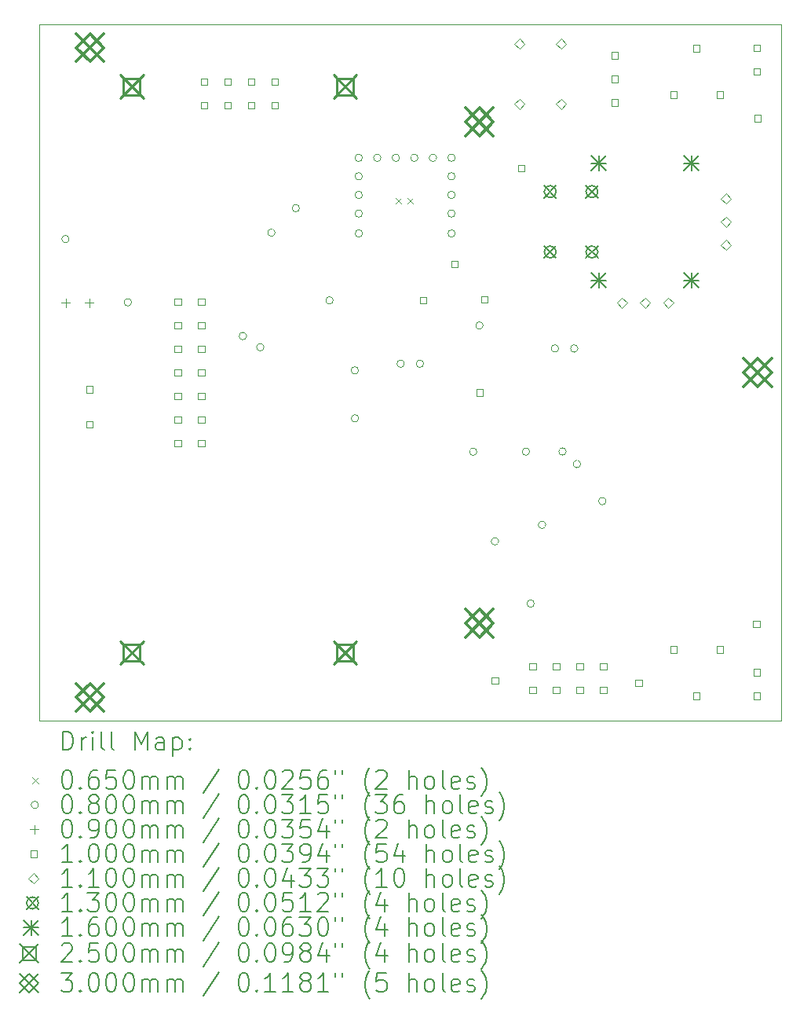
<source format=gbr>
%TF.GenerationSoftware,KiCad,Pcbnew,7.0.10*%
%TF.CreationDate,2025-03-17T23:03:50+01:00*%
%TF.ProjectId,maqueen,6d617175-6565-46e2-9e6b-696361645f70,rev?*%
%TF.SameCoordinates,Original*%
%TF.FileFunction,Drillmap*%
%TF.FilePolarity,Positive*%
%FSLAX45Y45*%
G04 Gerber Fmt 4.5, Leading zero omitted, Abs format (unit mm)*
G04 Created by KiCad (PCBNEW 7.0.10) date 2025-03-17 23:03:50*
%MOMM*%
%LPD*%
G01*
G04 APERTURE LIST*
%ADD10C,0.100000*%
%ADD11C,0.200000*%
%ADD12C,0.110000*%
%ADD13C,0.130000*%
%ADD14C,0.160000*%
%ADD15C,0.250000*%
%ADD16C,0.300000*%
G04 APERTURE END LIST*
D10*
X10958000Y-6242000D02*
X18958000Y-6242000D01*
X18958000Y-13742000D01*
X10958000Y-13742000D01*
X10958000Y-6242000D01*
D11*
D10*
X14802000Y-8109500D02*
X14867000Y-8174500D01*
X14867000Y-8109500D02*
X14802000Y-8174500D01*
X14929000Y-8109500D02*
X14994000Y-8174500D01*
X14994000Y-8109500D02*
X14929000Y-8174500D01*
X11283000Y-8554000D02*
G75*
G03*
X11203000Y-8554000I-40000J0D01*
G01*
X11203000Y-8554000D02*
G75*
G03*
X11283000Y-8554000I40000J0D01*
G01*
X11956000Y-9236000D02*
G75*
G03*
X11876000Y-9236000I-40000J0D01*
G01*
X11876000Y-9236000D02*
G75*
G03*
X11956000Y-9236000I40000J0D01*
G01*
X13196670Y-9600330D02*
G75*
G03*
X13116670Y-9600330I-40000J0D01*
G01*
X13116670Y-9600330D02*
G75*
G03*
X13196670Y-9600330I40000J0D01*
G01*
X13384000Y-9719500D02*
G75*
G03*
X13304000Y-9719500I-40000J0D01*
G01*
X13304000Y-9719500D02*
G75*
G03*
X13384000Y-9719500I40000J0D01*
G01*
X13504000Y-8486000D02*
G75*
G03*
X13424000Y-8486000I-40000J0D01*
G01*
X13424000Y-8486000D02*
G75*
G03*
X13504000Y-8486000I40000J0D01*
G01*
X13768000Y-8222000D02*
G75*
G03*
X13688000Y-8222000I-40000J0D01*
G01*
X13688000Y-8222000D02*
G75*
G03*
X13768000Y-8222000I40000J0D01*
G01*
X14131000Y-9216000D02*
G75*
G03*
X14051000Y-9216000I-40000J0D01*
G01*
X14051000Y-9216000D02*
G75*
G03*
X14131000Y-9216000I40000J0D01*
G01*
X14404000Y-9969500D02*
G75*
G03*
X14324000Y-9969500I-40000J0D01*
G01*
X14324000Y-9969500D02*
G75*
G03*
X14404000Y-9969500I40000J0D01*
G01*
X14406000Y-10486000D02*
G75*
G03*
X14326000Y-10486000I-40000J0D01*
G01*
X14326000Y-10486000D02*
G75*
G03*
X14406000Y-10486000I40000J0D01*
G01*
X14446000Y-7679500D02*
G75*
G03*
X14366000Y-7679500I-40000J0D01*
G01*
X14366000Y-7679500D02*
G75*
G03*
X14446000Y-7679500I40000J0D01*
G01*
X14446000Y-7879500D02*
G75*
G03*
X14366000Y-7879500I-40000J0D01*
G01*
X14366000Y-7879500D02*
G75*
G03*
X14446000Y-7879500I40000J0D01*
G01*
X14446000Y-8079500D02*
G75*
G03*
X14366000Y-8079500I-40000J0D01*
G01*
X14366000Y-8079500D02*
G75*
G03*
X14446000Y-8079500I40000J0D01*
G01*
X14446000Y-8279500D02*
G75*
G03*
X14366000Y-8279500I-40000J0D01*
G01*
X14366000Y-8279500D02*
G75*
G03*
X14446000Y-8279500I40000J0D01*
G01*
X14447500Y-8495000D02*
G75*
G03*
X14367500Y-8495000I-40000J0D01*
G01*
X14367500Y-8495000D02*
G75*
G03*
X14447500Y-8495000I40000J0D01*
G01*
X14646000Y-7679500D02*
G75*
G03*
X14566000Y-7679500I-40000J0D01*
G01*
X14566000Y-7679500D02*
G75*
G03*
X14646000Y-7679500I40000J0D01*
G01*
X14846000Y-7679500D02*
G75*
G03*
X14766000Y-7679500I-40000J0D01*
G01*
X14766000Y-7679500D02*
G75*
G03*
X14846000Y-7679500I40000J0D01*
G01*
X14898000Y-9898000D02*
G75*
G03*
X14818000Y-9898000I-40000J0D01*
G01*
X14818000Y-9898000D02*
G75*
G03*
X14898000Y-9898000I40000J0D01*
G01*
X15046000Y-7679500D02*
G75*
G03*
X14966000Y-7679500I-40000J0D01*
G01*
X14966000Y-7679500D02*
G75*
G03*
X15046000Y-7679500I40000J0D01*
G01*
X15106000Y-9898000D02*
G75*
G03*
X15026000Y-9898000I-40000J0D01*
G01*
X15026000Y-9898000D02*
G75*
G03*
X15106000Y-9898000I40000J0D01*
G01*
X15246000Y-7679500D02*
G75*
G03*
X15166000Y-7679500I-40000J0D01*
G01*
X15166000Y-7679500D02*
G75*
G03*
X15246000Y-7679500I40000J0D01*
G01*
X15446000Y-7679500D02*
G75*
G03*
X15366000Y-7679500I-40000J0D01*
G01*
X15366000Y-7679500D02*
G75*
G03*
X15446000Y-7679500I40000J0D01*
G01*
X15446000Y-7879500D02*
G75*
G03*
X15366000Y-7879500I-40000J0D01*
G01*
X15366000Y-7879500D02*
G75*
G03*
X15446000Y-7879500I40000J0D01*
G01*
X15446000Y-8079500D02*
G75*
G03*
X15366000Y-8079500I-40000J0D01*
G01*
X15366000Y-8079500D02*
G75*
G03*
X15446000Y-8079500I40000J0D01*
G01*
X15446000Y-8279500D02*
G75*
G03*
X15366000Y-8279500I-40000J0D01*
G01*
X15366000Y-8279500D02*
G75*
G03*
X15446000Y-8279500I40000J0D01*
G01*
X15447500Y-8495000D02*
G75*
G03*
X15367500Y-8495000I-40000J0D01*
G01*
X15367500Y-8495000D02*
G75*
G03*
X15447500Y-8495000I40000J0D01*
G01*
X15681000Y-10846000D02*
G75*
G03*
X15601000Y-10846000I-40000J0D01*
G01*
X15601000Y-10846000D02*
G75*
G03*
X15681000Y-10846000I40000J0D01*
G01*
X15747450Y-9486450D02*
G75*
G03*
X15667450Y-9486450I-40000J0D01*
G01*
X15667450Y-9486450D02*
G75*
G03*
X15747450Y-9486450I40000J0D01*
G01*
X15915000Y-11811000D02*
G75*
G03*
X15835000Y-11811000I-40000J0D01*
G01*
X15835000Y-11811000D02*
G75*
G03*
X15915000Y-11811000I40000J0D01*
G01*
X16249000Y-10845000D02*
G75*
G03*
X16169000Y-10845000I-40000J0D01*
G01*
X16169000Y-10845000D02*
G75*
G03*
X16249000Y-10845000I40000J0D01*
G01*
X16299000Y-12482000D02*
G75*
G03*
X16219000Y-12482000I-40000J0D01*
G01*
X16219000Y-12482000D02*
G75*
G03*
X16299000Y-12482000I40000J0D01*
G01*
X16423000Y-11633200D02*
G75*
G03*
X16343000Y-11633200I-40000J0D01*
G01*
X16343000Y-11633200D02*
G75*
G03*
X16423000Y-11633200I40000J0D01*
G01*
X16562000Y-9733500D02*
G75*
G03*
X16482000Y-9733500I-40000J0D01*
G01*
X16482000Y-9733500D02*
G75*
G03*
X16562000Y-9733500I40000J0D01*
G01*
X16643500Y-10844000D02*
G75*
G03*
X16563500Y-10844000I-40000J0D01*
G01*
X16563500Y-10844000D02*
G75*
G03*
X16643500Y-10844000I40000J0D01*
G01*
X16770000Y-9733500D02*
G75*
G03*
X16690000Y-9733500I-40000J0D01*
G01*
X16690000Y-9733500D02*
G75*
G03*
X16770000Y-9733500I40000J0D01*
G01*
X16799500Y-10979000D02*
G75*
G03*
X16719500Y-10979000I-40000J0D01*
G01*
X16719500Y-10979000D02*
G75*
G03*
X16799500Y-10979000I40000J0D01*
G01*
X17073250Y-11378000D02*
G75*
G03*
X16993250Y-11378000I-40000J0D01*
G01*
X16993250Y-11378000D02*
G75*
G03*
X17073250Y-11378000I40000J0D01*
G01*
X11245000Y-9197000D02*
X11245000Y-9287000D01*
X11200000Y-9242000D02*
X11290000Y-9242000D01*
X11499000Y-9197000D02*
X11499000Y-9287000D01*
X11454000Y-9242000D02*
X11544000Y-9242000D01*
X11537356Y-10585356D02*
X11537356Y-10514644D01*
X11466644Y-10514644D01*
X11466644Y-10585356D01*
X11537356Y-10585356D01*
X11539356Y-10211356D02*
X11539356Y-10140644D01*
X11468644Y-10140644D01*
X11468644Y-10211356D01*
X11539356Y-10211356D01*
X12489356Y-9265356D02*
X12489356Y-9194644D01*
X12418644Y-9194644D01*
X12418644Y-9265356D01*
X12489356Y-9265356D01*
X12489356Y-9519356D02*
X12489356Y-9448644D01*
X12418644Y-9448644D01*
X12418644Y-9519356D01*
X12489356Y-9519356D01*
X12489356Y-9773356D02*
X12489356Y-9702644D01*
X12418644Y-9702644D01*
X12418644Y-9773356D01*
X12489356Y-9773356D01*
X12489356Y-10027356D02*
X12489356Y-9956644D01*
X12418644Y-9956644D01*
X12418644Y-10027356D01*
X12489356Y-10027356D01*
X12489356Y-10281356D02*
X12489356Y-10210644D01*
X12418644Y-10210644D01*
X12418644Y-10281356D01*
X12489356Y-10281356D01*
X12489356Y-10535356D02*
X12489356Y-10464644D01*
X12418644Y-10464644D01*
X12418644Y-10535356D01*
X12489356Y-10535356D01*
X12489356Y-10789356D02*
X12489356Y-10718644D01*
X12418644Y-10718644D01*
X12418644Y-10789356D01*
X12489356Y-10789356D01*
X12743356Y-9265356D02*
X12743356Y-9194644D01*
X12672644Y-9194644D01*
X12672644Y-9265356D01*
X12743356Y-9265356D01*
X12743356Y-9519356D02*
X12743356Y-9448644D01*
X12672644Y-9448644D01*
X12672644Y-9519356D01*
X12743356Y-9519356D01*
X12743356Y-9773356D02*
X12743356Y-9702644D01*
X12672644Y-9702644D01*
X12672644Y-9773356D01*
X12743356Y-9773356D01*
X12743356Y-10027356D02*
X12743356Y-9956644D01*
X12672644Y-9956644D01*
X12672644Y-10027356D01*
X12743356Y-10027356D01*
X12743356Y-10281356D02*
X12743356Y-10210644D01*
X12672644Y-10210644D01*
X12672644Y-10281356D01*
X12743356Y-10281356D01*
X12743356Y-10535356D02*
X12743356Y-10464644D01*
X12672644Y-10464644D01*
X12672644Y-10535356D01*
X12743356Y-10535356D01*
X12743356Y-10789356D02*
X12743356Y-10718644D01*
X12672644Y-10718644D01*
X12672644Y-10789356D01*
X12743356Y-10789356D01*
X12773356Y-6896856D02*
X12773356Y-6826144D01*
X12702644Y-6826144D01*
X12702644Y-6896856D01*
X12773356Y-6896856D01*
X12773356Y-7150856D02*
X12773356Y-7080144D01*
X12702644Y-7080144D01*
X12702644Y-7150856D01*
X12773356Y-7150856D01*
X13027356Y-6896856D02*
X13027356Y-6826144D01*
X12956644Y-6826144D01*
X12956644Y-6896856D01*
X13027356Y-6896856D01*
X13027356Y-7150856D02*
X13027356Y-7080144D01*
X12956644Y-7080144D01*
X12956644Y-7150856D01*
X13027356Y-7150856D01*
X13281356Y-6896856D02*
X13281356Y-6826144D01*
X13210644Y-6826144D01*
X13210644Y-6896856D01*
X13281356Y-6896856D01*
X13281356Y-7150856D02*
X13281356Y-7080144D01*
X13210644Y-7080144D01*
X13210644Y-7150856D01*
X13281356Y-7150856D01*
X13535356Y-6896856D02*
X13535356Y-6826144D01*
X13464644Y-6826144D01*
X13464644Y-6896856D01*
X13535356Y-6896856D01*
X13535356Y-7150856D02*
X13535356Y-7080144D01*
X13464644Y-7080144D01*
X13464644Y-7150856D01*
X13535356Y-7150856D01*
X15136356Y-9249356D02*
X15136356Y-9178644D01*
X15065644Y-9178644D01*
X15065644Y-9249356D01*
X15136356Y-9249356D01*
X15472356Y-8861356D02*
X15472356Y-8790644D01*
X15401644Y-8790644D01*
X15401644Y-8861356D01*
X15472356Y-8861356D01*
X15746356Y-10244356D02*
X15746356Y-10173644D01*
X15675644Y-10173644D01*
X15675644Y-10244356D01*
X15746356Y-10244356D01*
X15799356Y-9241356D02*
X15799356Y-9170644D01*
X15728644Y-9170644D01*
X15728644Y-9241356D01*
X15799356Y-9241356D01*
X15910356Y-13344956D02*
X15910356Y-13274244D01*
X15839644Y-13274244D01*
X15839644Y-13344956D01*
X15910356Y-13344956D01*
X16194356Y-7827356D02*
X16194356Y-7756644D01*
X16123644Y-7756644D01*
X16123644Y-7827356D01*
X16194356Y-7827356D01*
X16316756Y-13192556D02*
X16316756Y-13121844D01*
X16246044Y-13121844D01*
X16246044Y-13192556D01*
X16316756Y-13192556D01*
X16316756Y-13446556D02*
X16316756Y-13375844D01*
X16246044Y-13375844D01*
X16246044Y-13446556D01*
X16316756Y-13446556D01*
X16570756Y-13192556D02*
X16570756Y-13121844D01*
X16500044Y-13121844D01*
X16500044Y-13192556D01*
X16570756Y-13192556D01*
X16570756Y-13446556D02*
X16570756Y-13375844D01*
X16500044Y-13375844D01*
X16500044Y-13446556D01*
X16570756Y-13446556D01*
X16824756Y-13192556D02*
X16824756Y-13121844D01*
X16754044Y-13121844D01*
X16754044Y-13192556D01*
X16824756Y-13192556D01*
X16824756Y-13446556D02*
X16824756Y-13375844D01*
X16754044Y-13375844D01*
X16754044Y-13446556D01*
X16824756Y-13446556D01*
X17078756Y-13192556D02*
X17078756Y-13121844D01*
X17008044Y-13121844D01*
X17008044Y-13192556D01*
X17078756Y-13192556D01*
X17078756Y-13446556D02*
X17078756Y-13375844D01*
X17008044Y-13375844D01*
X17008044Y-13446556D01*
X17078756Y-13446556D01*
X17200356Y-6611356D02*
X17200356Y-6540644D01*
X17129644Y-6540644D01*
X17129644Y-6611356D01*
X17200356Y-6611356D01*
X17200356Y-6865356D02*
X17200356Y-6794644D01*
X17129644Y-6794644D01*
X17129644Y-6865356D01*
X17200356Y-6865356D01*
X17200356Y-7119356D02*
X17200356Y-7048644D01*
X17129644Y-7048644D01*
X17129644Y-7119356D01*
X17200356Y-7119356D01*
X17459756Y-13370356D02*
X17459756Y-13299644D01*
X17389044Y-13299644D01*
X17389044Y-13370356D01*
X17459756Y-13370356D01*
X17835356Y-7035356D02*
X17835356Y-6964644D01*
X17764644Y-6964644D01*
X17764644Y-7035356D01*
X17835356Y-7035356D01*
X17835356Y-13011356D02*
X17835356Y-12940644D01*
X17764644Y-12940644D01*
X17764644Y-13011356D01*
X17835356Y-13011356D01*
X18085356Y-6535356D02*
X18085356Y-6464644D01*
X18014644Y-6464644D01*
X18014644Y-6535356D01*
X18085356Y-6535356D01*
X18085356Y-13511356D02*
X18085356Y-13440644D01*
X18014644Y-13440644D01*
X18014644Y-13511356D01*
X18085356Y-13511356D01*
X18335356Y-7035356D02*
X18335356Y-6964644D01*
X18264644Y-6964644D01*
X18264644Y-7035356D01*
X18335356Y-7035356D01*
X18335356Y-13011356D02*
X18335356Y-12940644D01*
X18264644Y-12940644D01*
X18264644Y-13011356D01*
X18335356Y-13011356D01*
X18729356Y-12735356D02*
X18729356Y-12664644D01*
X18658644Y-12664644D01*
X18658644Y-12735356D01*
X18729356Y-12735356D01*
X18735356Y-6531356D02*
X18735356Y-6460644D01*
X18664644Y-6460644D01*
X18664644Y-6531356D01*
X18735356Y-6531356D01*
X18735356Y-6785356D02*
X18735356Y-6714644D01*
X18664644Y-6714644D01*
X18664644Y-6785356D01*
X18735356Y-6785356D01*
X18735356Y-13257856D02*
X18735356Y-13187144D01*
X18664644Y-13187144D01*
X18664644Y-13257856D01*
X18735356Y-13257856D01*
X18735356Y-13511856D02*
X18735356Y-13441144D01*
X18664644Y-13441144D01*
X18664644Y-13511856D01*
X18735356Y-13511856D01*
X18741356Y-7288356D02*
X18741356Y-7217644D01*
X18670644Y-7217644D01*
X18670644Y-7288356D01*
X18741356Y-7288356D01*
D12*
X16140000Y-6506000D02*
X16195000Y-6451000D01*
X16140000Y-6396000D01*
X16085000Y-6451000D01*
X16140000Y-6506000D01*
X16140000Y-7156000D02*
X16195000Y-7101000D01*
X16140000Y-7046000D01*
X16085000Y-7101000D01*
X16140000Y-7156000D01*
X16590000Y-6506000D02*
X16645000Y-6451000D01*
X16590000Y-6396000D01*
X16535000Y-6451000D01*
X16590000Y-6506000D01*
X16590000Y-7156000D02*
X16645000Y-7101000D01*
X16590000Y-7046000D01*
X16535000Y-7101000D01*
X16590000Y-7156000D01*
X17246000Y-9297000D02*
X17301000Y-9242000D01*
X17246000Y-9187000D01*
X17191000Y-9242000D01*
X17246000Y-9297000D01*
X17496000Y-9297000D02*
X17551000Y-9242000D01*
X17496000Y-9187000D01*
X17441000Y-9242000D01*
X17496000Y-9297000D01*
X17746000Y-9297000D02*
X17801000Y-9242000D01*
X17746000Y-9187000D01*
X17691000Y-9242000D01*
X17746000Y-9297000D01*
X18369000Y-8174000D02*
X18424000Y-8119000D01*
X18369000Y-8064000D01*
X18314000Y-8119000D01*
X18369000Y-8174000D01*
X18369000Y-8424000D02*
X18424000Y-8369000D01*
X18369000Y-8314000D01*
X18314000Y-8369000D01*
X18369000Y-8424000D01*
X18369000Y-8674000D02*
X18424000Y-8619000D01*
X18369000Y-8564000D01*
X18314000Y-8619000D01*
X18369000Y-8674000D01*
D13*
X16406000Y-7979000D02*
X16536000Y-8109000D01*
X16536000Y-7979000D02*
X16406000Y-8109000D01*
X16536000Y-8044000D02*
G75*
G03*
X16406000Y-8044000I-65000J0D01*
G01*
X16406000Y-8044000D02*
G75*
G03*
X16536000Y-8044000I65000J0D01*
G01*
X16406000Y-8629000D02*
X16536000Y-8759000D01*
X16536000Y-8629000D02*
X16406000Y-8759000D01*
X16536000Y-8694000D02*
G75*
G03*
X16406000Y-8694000I-65000J0D01*
G01*
X16406000Y-8694000D02*
G75*
G03*
X16536000Y-8694000I65000J0D01*
G01*
X16856000Y-7979000D02*
X16986000Y-8109000D01*
X16986000Y-7979000D02*
X16856000Y-8109000D01*
X16986000Y-8044000D02*
G75*
G03*
X16856000Y-8044000I-65000J0D01*
G01*
X16856000Y-8044000D02*
G75*
G03*
X16986000Y-8044000I65000J0D01*
G01*
X16856000Y-8629000D02*
X16986000Y-8759000D01*
X16986000Y-8629000D02*
X16856000Y-8759000D01*
X16986000Y-8694000D02*
G75*
G03*
X16856000Y-8694000I-65000J0D01*
G01*
X16856000Y-8694000D02*
G75*
G03*
X16986000Y-8694000I65000J0D01*
G01*
D14*
X16916000Y-7656500D02*
X17076000Y-7816500D01*
X17076000Y-7656500D02*
X16916000Y-7816500D01*
X16996000Y-7656500D02*
X16996000Y-7816500D01*
X16916000Y-7736500D02*
X17076000Y-7736500D01*
X16916000Y-8921500D02*
X17076000Y-9081500D01*
X17076000Y-8921500D02*
X16916000Y-9081500D01*
X16996000Y-8921500D02*
X16996000Y-9081500D01*
X16916000Y-9001500D02*
X17076000Y-9001500D01*
X17916000Y-7656500D02*
X18076000Y-7816500D01*
X18076000Y-7656500D02*
X17916000Y-7816500D01*
X17996000Y-7656500D02*
X17996000Y-7816500D01*
X17916000Y-7736500D02*
X18076000Y-7736500D01*
X17916000Y-8921500D02*
X18076000Y-9081500D01*
X18076000Y-8921500D02*
X17916000Y-9081500D01*
X17996000Y-8921500D02*
X17996000Y-9081500D01*
X17916000Y-9001500D02*
X18076000Y-9001500D01*
D15*
X11834000Y-6788000D02*
X12084000Y-7038000D01*
X12084000Y-6788000D02*
X11834000Y-7038000D01*
X12047389Y-7001389D02*
X12047389Y-6824611D01*
X11870611Y-6824611D01*
X11870611Y-7001389D01*
X12047389Y-7001389D01*
X11834000Y-12888000D02*
X12084000Y-13138000D01*
X12084000Y-12888000D02*
X11834000Y-13138000D01*
X12047389Y-13101389D02*
X12047389Y-12924611D01*
X11870611Y-12924611D01*
X11870611Y-13101389D01*
X12047389Y-13101389D01*
X14134000Y-6788000D02*
X14384000Y-7038000D01*
X14384000Y-6788000D02*
X14134000Y-7038000D01*
X14347389Y-7001389D02*
X14347389Y-6824611D01*
X14170611Y-6824611D01*
X14170611Y-7001389D01*
X14347389Y-7001389D01*
X14134000Y-12888000D02*
X14384000Y-13138000D01*
X14384000Y-12888000D02*
X14134000Y-13138000D01*
X14347389Y-13101389D02*
X14347389Y-12924611D01*
X14170611Y-12924611D01*
X14170611Y-13101389D01*
X14347389Y-13101389D01*
D16*
X11358000Y-6342000D02*
X11658000Y-6642000D01*
X11658000Y-6342000D02*
X11358000Y-6642000D01*
X11508000Y-6642000D02*
X11658000Y-6492000D01*
X11508000Y-6342000D01*
X11358000Y-6492000D01*
X11508000Y-6642000D01*
X11358000Y-13342000D02*
X11658000Y-13642000D01*
X11658000Y-13342000D02*
X11358000Y-13642000D01*
X11508000Y-13642000D02*
X11658000Y-13492000D01*
X11508000Y-13342000D01*
X11358000Y-13492000D01*
X11508000Y-13642000D01*
X15558000Y-7142000D02*
X15858000Y-7442000D01*
X15858000Y-7142000D02*
X15558000Y-7442000D01*
X15708000Y-7442000D02*
X15858000Y-7292000D01*
X15708000Y-7142000D01*
X15558000Y-7292000D01*
X15708000Y-7442000D01*
X15558000Y-12542000D02*
X15858000Y-12842000D01*
X15858000Y-12542000D02*
X15558000Y-12842000D01*
X15708000Y-12842000D02*
X15858000Y-12692000D01*
X15708000Y-12542000D01*
X15558000Y-12692000D01*
X15708000Y-12842000D01*
X18558000Y-9842000D02*
X18858000Y-10142000D01*
X18858000Y-9842000D02*
X18558000Y-10142000D01*
X18708000Y-10142000D02*
X18858000Y-9992000D01*
X18708000Y-9842000D01*
X18558000Y-9992000D01*
X18708000Y-10142000D01*
D11*
X11213777Y-14058484D02*
X11213777Y-13858484D01*
X11213777Y-13858484D02*
X11261396Y-13858484D01*
X11261396Y-13858484D02*
X11289967Y-13868008D01*
X11289967Y-13868008D02*
X11309015Y-13887055D01*
X11309015Y-13887055D02*
X11318539Y-13906103D01*
X11318539Y-13906103D02*
X11328062Y-13944198D01*
X11328062Y-13944198D02*
X11328062Y-13972769D01*
X11328062Y-13972769D02*
X11318539Y-14010865D01*
X11318539Y-14010865D02*
X11309015Y-14029912D01*
X11309015Y-14029912D02*
X11289967Y-14048960D01*
X11289967Y-14048960D02*
X11261396Y-14058484D01*
X11261396Y-14058484D02*
X11213777Y-14058484D01*
X11413777Y-14058484D02*
X11413777Y-13925150D01*
X11413777Y-13963246D02*
X11423301Y-13944198D01*
X11423301Y-13944198D02*
X11432824Y-13934674D01*
X11432824Y-13934674D02*
X11451872Y-13925150D01*
X11451872Y-13925150D02*
X11470920Y-13925150D01*
X11537586Y-14058484D02*
X11537586Y-13925150D01*
X11537586Y-13858484D02*
X11528062Y-13868008D01*
X11528062Y-13868008D02*
X11537586Y-13877531D01*
X11537586Y-13877531D02*
X11547110Y-13868008D01*
X11547110Y-13868008D02*
X11537586Y-13858484D01*
X11537586Y-13858484D02*
X11537586Y-13877531D01*
X11661396Y-14058484D02*
X11642348Y-14048960D01*
X11642348Y-14048960D02*
X11632824Y-14029912D01*
X11632824Y-14029912D02*
X11632824Y-13858484D01*
X11766158Y-14058484D02*
X11747110Y-14048960D01*
X11747110Y-14048960D02*
X11737586Y-14029912D01*
X11737586Y-14029912D02*
X11737586Y-13858484D01*
X11994729Y-14058484D02*
X11994729Y-13858484D01*
X11994729Y-13858484D02*
X12061396Y-14001341D01*
X12061396Y-14001341D02*
X12128062Y-13858484D01*
X12128062Y-13858484D02*
X12128062Y-14058484D01*
X12309015Y-14058484D02*
X12309015Y-13953722D01*
X12309015Y-13953722D02*
X12299491Y-13934674D01*
X12299491Y-13934674D02*
X12280443Y-13925150D01*
X12280443Y-13925150D02*
X12242348Y-13925150D01*
X12242348Y-13925150D02*
X12223301Y-13934674D01*
X12309015Y-14048960D02*
X12289967Y-14058484D01*
X12289967Y-14058484D02*
X12242348Y-14058484D01*
X12242348Y-14058484D02*
X12223301Y-14048960D01*
X12223301Y-14048960D02*
X12213777Y-14029912D01*
X12213777Y-14029912D02*
X12213777Y-14010865D01*
X12213777Y-14010865D02*
X12223301Y-13991817D01*
X12223301Y-13991817D02*
X12242348Y-13982293D01*
X12242348Y-13982293D02*
X12289967Y-13982293D01*
X12289967Y-13982293D02*
X12309015Y-13972769D01*
X12404253Y-13925150D02*
X12404253Y-14125150D01*
X12404253Y-13934674D02*
X12423301Y-13925150D01*
X12423301Y-13925150D02*
X12461396Y-13925150D01*
X12461396Y-13925150D02*
X12480443Y-13934674D01*
X12480443Y-13934674D02*
X12489967Y-13944198D01*
X12489967Y-13944198D02*
X12499491Y-13963246D01*
X12499491Y-13963246D02*
X12499491Y-14020388D01*
X12499491Y-14020388D02*
X12489967Y-14039436D01*
X12489967Y-14039436D02*
X12480443Y-14048960D01*
X12480443Y-14048960D02*
X12461396Y-14058484D01*
X12461396Y-14058484D02*
X12423301Y-14058484D01*
X12423301Y-14058484D02*
X12404253Y-14048960D01*
X12585205Y-14039436D02*
X12594729Y-14048960D01*
X12594729Y-14048960D02*
X12585205Y-14058484D01*
X12585205Y-14058484D02*
X12575682Y-14048960D01*
X12575682Y-14048960D02*
X12585205Y-14039436D01*
X12585205Y-14039436D02*
X12585205Y-14058484D01*
X12585205Y-13934674D02*
X12594729Y-13944198D01*
X12594729Y-13944198D02*
X12585205Y-13953722D01*
X12585205Y-13953722D02*
X12575682Y-13944198D01*
X12575682Y-13944198D02*
X12585205Y-13934674D01*
X12585205Y-13934674D02*
X12585205Y-13953722D01*
D10*
X10888000Y-14354500D02*
X10953000Y-14419500D01*
X10953000Y-14354500D02*
X10888000Y-14419500D01*
D11*
X11251872Y-14278484D02*
X11270920Y-14278484D01*
X11270920Y-14278484D02*
X11289967Y-14288008D01*
X11289967Y-14288008D02*
X11299491Y-14297531D01*
X11299491Y-14297531D02*
X11309015Y-14316579D01*
X11309015Y-14316579D02*
X11318539Y-14354674D01*
X11318539Y-14354674D02*
X11318539Y-14402293D01*
X11318539Y-14402293D02*
X11309015Y-14440388D01*
X11309015Y-14440388D02*
X11299491Y-14459436D01*
X11299491Y-14459436D02*
X11289967Y-14468960D01*
X11289967Y-14468960D02*
X11270920Y-14478484D01*
X11270920Y-14478484D02*
X11251872Y-14478484D01*
X11251872Y-14478484D02*
X11232824Y-14468960D01*
X11232824Y-14468960D02*
X11223301Y-14459436D01*
X11223301Y-14459436D02*
X11213777Y-14440388D01*
X11213777Y-14440388D02*
X11204253Y-14402293D01*
X11204253Y-14402293D02*
X11204253Y-14354674D01*
X11204253Y-14354674D02*
X11213777Y-14316579D01*
X11213777Y-14316579D02*
X11223301Y-14297531D01*
X11223301Y-14297531D02*
X11232824Y-14288008D01*
X11232824Y-14288008D02*
X11251872Y-14278484D01*
X11404253Y-14459436D02*
X11413777Y-14468960D01*
X11413777Y-14468960D02*
X11404253Y-14478484D01*
X11404253Y-14478484D02*
X11394729Y-14468960D01*
X11394729Y-14468960D02*
X11404253Y-14459436D01*
X11404253Y-14459436D02*
X11404253Y-14478484D01*
X11585205Y-14278484D02*
X11547110Y-14278484D01*
X11547110Y-14278484D02*
X11528062Y-14288008D01*
X11528062Y-14288008D02*
X11518539Y-14297531D01*
X11518539Y-14297531D02*
X11499491Y-14326103D01*
X11499491Y-14326103D02*
X11489967Y-14364198D01*
X11489967Y-14364198D02*
X11489967Y-14440388D01*
X11489967Y-14440388D02*
X11499491Y-14459436D01*
X11499491Y-14459436D02*
X11509015Y-14468960D01*
X11509015Y-14468960D02*
X11528062Y-14478484D01*
X11528062Y-14478484D02*
X11566158Y-14478484D01*
X11566158Y-14478484D02*
X11585205Y-14468960D01*
X11585205Y-14468960D02*
X11594729Y-14459436D01*
X11594729Y-14459436D02*
X11604253Y-14440388D01*
X11604253Y-14440388D02*
X11604253Y-14392769D01*
X11604253Y-14392769D02*
X11594729Y-14373722D01*
X11594729Y-14373722D02*
X11585205Y-14364198D01*
X11585205Y-14364198D02*
X11566158Y-14354674D01*
X11566158Y-14354674D02*
X11528062Y-14354674D01*
X11528062Y-14354674D02*
X11509015Y-14364198D01*
X11509015Y-14364198D02*
X11499491Y-14373722D01*
X11499491Y-14373722D02*
X11489967Y-14392769D01*
X11785205Y-14278484D02*
X11689967Y-14278484D01*
X11689967Y-14278484D02*
X11680443Y-14373722D01*
X11680443Y-14373722D02*
X11689967Y-14364198D01*
X11689967Y-14364198D02*
X11709015Y-14354674D01*
X11709015Y-14354674D02*
X11756634Y-14354674D01*
X11756634Y-14354674D02*
X11775682Y-14364198D01*
X11775682Y-14364198D02*
X11785205Y-14373722D01*
X11785205Y-14373722D02*
X11794729Y-14392769D01*
X11794729Y-14392769D02*
X11794729Y-14440388D01*
X11794729Y-14440388D02*
X11785205Y-14459436D01*
X11785205Y-14459436D02*
X11775682Y-14468960D01*
X11775682Y-14468960D02*
X11756634Y-14478484D01*
X11756634Y-14478484D02*
X11709015Y-14478484D01*
X11709015Y-14478484D02*
X11689967Y-14468960D01*
X11689967Y-14468960D02*
X11680443Y-14459436D01*
X11918539Y-14278484D02*
X11937586Y-14278484D01*
X11937586Y-14278484D02*
X11956634Y-14288008D01*
X11956634Y-14288008D02*
X11966158Y-14297531D01*
X11966158Y-14297531D02*
X11975682Y-14316579D01*
X11975682Y-14316579D02*
X11985205Y-14354674D01*
X11985205Y-14354674D02*
X11985205Y-14402293D01*
X11985205Y-14402293D02*
X11975682Y-14440388D01*
X11975682Y-14440388D02*
X11966158Y-14459436D01*
X11966158Y-14459436D02*
X11956634Y-14468960D01*
X11956634Y-14468960D02*
X11937586Y-14478484D01*
X11937586Y-14478484D02*
X11918539Y-14478484D01*
X11918539Y-14478484D02*
X11899491Y-14468960D01*
X11899491Y-14468960D02*
X11889967Y-14459436D01*
X11889967Y-14459436D02*
X11880443Y-14440388D01*
X11880443Y-14440388D02*
X11870920Y-14402293D01*
X11870920Y-14402293D02*
X11870920Y-14354674D01*
X11870920Y-14354674D02*
X11880443Y-14316579D01*
X11880443Y-14316579D02*
X11889967Y-14297531D01*
X11889967Y-14297531D02*
X11899491Y-14288008D01*
X11899491Y-14288008D02*
X11918539Y-14278484D01*
X12070920Y-14478484D02*
X12070920Y-14345150D01*
X12070920Y-14364198D02*
X12080443Y-14354674D01*
X12080443Y-14354674D02*
X12099491Y-14345150D01*
X12099491Y-14345150D02*
X12128063Y-14345150D01*
X12128063Y-14345150D02*
X12147110Y-14354674D01*
X12147110Y-14354674D02*
X12156634Y-14373722D01*
X12156634Y-14373722D02*
X12156634Y-14478484D01*
X12156634Y-14373722D02*
X12166158Y-14354674D01*
X12166158Y-14354674D02*
X12185205Y-14345150D01*
X12185205Y-14345150D02*
X12213777Y-14345150D01*
X12213777Y-14345150D02*
X12232824Y-14354674D01*
X12232824Y-14354674D02*
X12242348Y-14373722D01*
X12242348Y-14373722D02*
X12242348Y-14478484D01*
X12337586Y-14478484D02*
X12337586Y-14345150D01*
X12337586Y-14364198D02*
X12347110Y-14354674D01*
X12347110Y-14354674D02*
X12366158Y-14345150D01*
X12366158Y-14345150D02*
X12394729Y-14345150D01*
X12394729Y-14345150D02*
X12413777Y-14354674D01*
X12413777Y-14354674D02*
X12423301Y-14373722D01*
X12423301Y-14373722D02*
X12423301Y-14478484D01*
X12423301Y-14373722D02*
X12432824Y-14354674D01*
X12432824Y-14354674D02*
X12451872Y-14345150D01*
X12451872Y-14345150D02*
X12480443Y-14345150D01*
X12480443Y-14345150D02*
X12499491Y-14354674D01*
X12499491Y-14354674D02*
X12509015Y-14373722D01*
X12509015Y-14373722D02*
X12509015Y-14478484D01*
X12899491Y-14268960D02*
X12728063Y-14526103D01*
X13156634Y-14278484D02*
X13175682Y-14278484D01*
X13175682Y-14278484D02*
X13194729Y-14288008D01*
X13194729Y-14288008D02*
X13204253Y-14297531D01*
X13204253Y-14297531D02*
X13213777Y-14316579D01*
X13213777Y-14316579D02*
X13223301Y-14354674D01*
X13223301Y-14354674D02*
X13223301Y-14402293D01*
X13223301Y-14402293D02*
X13213777Y-14440388D01*
X13213777Y-14440388D02*
X13204253Y-14459436D01*
X13204253Y-14459436D02*
X13194729Y-14468960D01*
X13194729Y-14468960D02*
X13175682Y-14478484D01*
X13175682Y-14478484D02*
X13156634Y-14478484D01*
X13156634Y-14478484D02*
X13137586Y-14468960D01*
X13137586Y-14468960D02*
X13128063Y-14459436D01*
X13128063Y-14459436D02*
X13118539Y-14440388D01*
X13118539Y-14440388D02*
X13109015Y-14402293D01*
X13109015Y-14402293D02*
X13109015Y-14354674D01*
X13109015Y-14354674D02*
X13118539Y-14316579D01*
X13118539Y-14316579D02*
X13128063Y-14297531D01*
X13128063Y-14297531D02*
X13137586Y-14288008D01*
X13137586Y-14288008D02*
X13156634Y-14278484D01*
X13309015Y-14459436D02*
X13318539Y-14468960D01*
X13318539Y-14468960D02*
X13309015Y-14478484D01*
X13309015Y-14478484D02*
X13299491Y-14468960D01*
X13299491Y-14468960D02*
X13309015Y-14459436D01*
X13309015Y-14459436D02*
X13309015Y-14478484D01*
X13442348Y-14278484D02*
X13461396Y-14278484D01*
X13461396Y-14278484D02*
X13480444Y-14288008D01*
X13480444Y-14288008D02*
X13489967Y-14297531D01*
X13489967Y-14297531D02*
X13499491Y-14316579D01*
X13499491Y-14316579D02*
X13509015Y-14354674D01*
X13509015Y-14354674D02*
X13509015Y-14402293D01*
X13509015Y-14402293D02*
X13499491Y-14440388D01*
X13499491Y-14440388D02*
X13489967Y-14459436D01*
X13489967Y-14459436D02*
X13480444Y-14468960D01*
X13480444Y-14468960D02*
X13461396Y-14478484D01*
X13461396Y-14478484D02*
X13442348Y-14478484D01*
X13442348Y-14478484D02*
X13423301Y-14468960D01*
X13423301Y-14468960D02*
X13413777Y-14459436D01*
X13413777Y-14459436D02*
X13404253Y-14440388D01*
X13404253Y-14440388D02*
X13394729Y-14402293D01*
X13394729Y-14402293D02*
X13394729Y-14354674D01*
X13394729Y-14354674D02*
X13404253Y-14316579D01*
X13404253Y-14316579D02*
X13413777Y-14297531D01*
X13413777Y-14297531D02*
X13423301Y-14288008D01*
X13423301Y-14288008D02*
X13442348Y-14278484D01*
X13585206Y-14297531D02*
X13594729Y-14288008D01*
X13594729Y-14288008D02*
X13613777Y-14278484D01*
X13613777Y-14278484D02*
X13661396Y-14278484D01*
X13661396Y-14278484D02*
X13680444Y-14288008D01*
X13680444Y-14288008D02*
X13689967Y-14297531D01*
X13689967Y-14297531D02*
X13699491Y-14316579D01*
X13699491Y-14316579D02*
X13699491Y-14335627D01*
X13699491Y-14335627D02*
X13689967Y-14364198D01*
X13689967Y-14364198D02*
X13575682Y-14478484D01*
X13575682Y-14478484D02*
X13699491Y-14478484D01*
X13880444Y-14278484D02*
X13785206Y-14278484D01*
X13785206Y-14278484D02*
X13775682Y-14373722D01*
X13775682Y-14373722D02*
X13785206Y-14364198D01*
X13785206Y-14364198D02*
X13804253Y-14354674D01*
X13804253Y-14354674D02*
X13851872Y-14354674D01*
X13851872Y-14354674D02*
X13870920Y-14364198D01*
X13870920Y-14364198D02*
X13880444Y-14373722D01*
X13880444Y-14373722D02*
X13889967Y-14392769D01*
X13889967Y-14392769D02*
X13889967Y-14440388D01*
X13889967Y-14440388D02*
X13880444Y-14459436D01*
X13880444Y-14459436D02*
X13870920Y-14468960D01*
X13870920Y-14468960D02*
X13851872Y-14478484D01*
X13851872Y-14478484D02*
X13804253Y-14478484D01*
X13804253Y-14478484D02*
X13785206Y-14468960D01*
X13785206Y-14468960D02*
X13775682Y-14459436D01*
X14061396Y-14278484D02*
X14023301Y-14278484D01*
X14023301Y-14278484D02*
X14004253Y-14288008D01*
X14004253Y-14288008D02*
X13994729Y-14297531D01*
X13994729Y-14297531D02*
X13975682Y-14326103D01*
X13975682Y-14326103D02*
X13966158Y-14364198D01*
X13966158Y-14364198D02*
X13966158Y-14440388D01*
X13966158Y-14440388D02*
X13975682Y-14459436D01*
X13975682Y-14459436D02*
X13985206Y-14468960D01*
X13985206Y-14468960D02*
X14004253Y-14478484D01*
X14004253Y-14478484D02*
X14042348Y-14478484D01*
X14042348Y-14478484D02*
X14061396Y-14468960D01*
X14061396Y-14468960D02*
X14070920Y-14459436D01*
X14070920Y-14459436D02*
X14080444Y-14440388D01*
X14080444Y-14440388D02*
X14080444Y-14392769D01*
X14080444Y-14392769D02*
X14070920Y-14373722D01*
X14070920Y-14373722D02*
X14061396Y-14364198D01*
X14061396Y-14364198D02*
X14042348Y-14354674D01*
X14042348Y-14354674D02*
X14004253Y-14354674D01*
X14004253Y-14354674D02*
X13985206Y-14364198D01*
X13985206Y-14364198D02*
X13975682Y-14373722D01*
X13975682Y-14373722D02*
X13966158Y-14392769D01*
X14156634Y-14278484D02*
X14156634Y-14316579D01*
X14232825Y-14278484D02*
X14232825Y-14316579D01*
X14528063Y-14554674D02*
X14518539Y-14545150D01*
X14518539Y-14545150D02*
X14499491Y-14516579D01*
X14499491Y-14516579D02*
X14489968Y-14497531D01*
X14489968Y-14497531D02*
X14480444Y-14468960D01*
X14480444Y-14468960D02*
X14470920Y-14421341D01*
X14470920Y-14421341D02*
X14470920Y-14383246D01*
X14470920Y-14383246D02*
X14480444Y-14335627D01*
X14480444Y-14335627D02*
X14489968Y-14307055D01*
X14489968Y-14307055D02*
X14499491Y-14288008D01*
X14499491Y-14288008D02*
X14518539Y-14259436D01*
X14518539Y-14259436D02*
X14528063Y-14249912D01*
X14594729Y-14297531D02*
X14604253Y-14288008D01*
X14604253Y-14288008D02*
X14623301Y-14278484D01*
X14623301Y-14278484D02*
X14670920Y-14278484D01*
X14670920Y-14278484D02*
X14689968Y-14288008D01*
X14689968Y-14288008D02*
X14699491Y-14297531D01*
X14699491Y-14297531D02*
X14709015Y-14316579D01*
X14709015Y-14316579D02*
X14709015Y-14335627D01*
X14709015Y-14335627D02*
X14699491Y-14364198D01*
X14699491Y-14364198D02*
X14585206Y-14478484D01*
X14585206Y-14478484D02*
X14709015Y-14478484D01*
X14947110Y-14478484D02*
X14947110Y-14278484D01*
X15032825Y-14478484D02*
X15032825Y-14373722D01*
X15032825Y-14373722D02*
X15023301Y-14354674D01*
X15023301Y-14354674D02*
X15004253Y-14345150D01*
X15004253Y-14345150D02*
X14975682Y-14345150D01*
X14975682Y-14345150D02*
X14956634Y-14354674D01*
X14956634Y-14354674D02*
X14947110Y-14364198D01*
X15156634Y-14478484D02*
X15137587Y-14468960D01*
X15137587Y-14468960D02*
X15128063Y-14459436D01*
X15128063Y-14459436D02*
X15118539Y-14440388D01*
X15118539Y-14440388D02*
X15118539Y-14383246D01*
X15118539Y-14383246D02*
X15128063Y-14364198D01*
X15128063Y-14364198D02*
X15137587Y-14354674D01*
X15137587Y-14354674D02*
X15156634Y-14345150D01*
X15156634Y-14345150D02*
X15185206Y-14345150D01*
X15185206Y-14345150D02*
X15204253Y-14354674D01*
X15204253Y-14354674D02*
X15213777Y-14364198D01*
X15213777Y-14364198D02*
X15223301Y-14383246D01*
X15223301Y-14383246D02*
X15223301Y-14440388D01*
X15223301Y-14440388D02*
X15213777Y-14459436D01*
X15213777Y-14459436D02*
X15204253Y-14468960D01*
X15204253Y-14468960D02*
X15185206Y-14478484D01*
X15185206Y-14478484D02*
X15156634Y-14478484D01*
X15337587Y-14478484D02*
X15318539Y-14468960D01*
X15318539Y-14468960D02*
X15309015Y-14449912D01*
X15309015Y-14449912D02*
X15309015Y-14278484D01*
X15489968Y-14468960D02*
X15470920Y-14478484D01*
X15470920Y-14478484D02*
X15432825Y-14478484D01*
X15432825Y-14478484D02*
X15413777Y-14468960D01*
X15413777Y-14468960D02*
X15404253Y-14449912D01*
X15404253Y-14449912D02*
X15404253Y-14373722D01*
X15404253Y-14373722D02*
X15413777Y-14354674D01*
X15413777Y-14354674D02*
X15432825Y-14345150D01*
X15432825Y-14345150D02*
X15470920Y-14345150D01*
X15470920Y-14345150D02*
X15489968Y-14354674D01*
X15489968Y-14354674D02*
X15499491Y-14373722D01*
X15499491Y-14373722D02*
X15499491Y-14392769D01*
X15499491Y-14392769D02*
X15404253Y-14411817D01*
X15575682Y-14468960D02*
X15594730Y-14478484D01*
X15594730Y-14478484D02*
X15632825Y-14478484D01*
X15632825Y-14478484D02*
X15651872Y-14468960D01*
X15651872Y-14468960D02*
X15661396Y-14449912D01*
X15661396Y-14449912D02*
X15661396Y-14440388D01*
X15661396Y-14440388D02*
X15651872Y-14421341D01*
X15651872Y-14421341D02*
X15632825Y-14411817D01*
X15632825Y-14411817D02*
X15604253Y-14411817D01*
X15604253Y-14411817D02*
X15585206Y-14402293D01*
X15585206Y-14402293D02*
X15575682Y-14383246D01*
X15575682Y-14383246D02*
X15575682Y-14373722D01*
X15575682Y-14373722D02*
X15585206Y-14354674D01*
X15585206Y-14354674D02*
X15604253Y-14345150D01*
X15604253Y-14345150D02*
X15632825Y-14345150D01*
X15632825Y-14345150D02*
X15651872Y-14354674D01*
X15728063Y-14554674D02*
X15737587Y-14545150D01*
X15737587Y-14545150D02*
X15756634Y-14516579D01*
X15756634Y-14516579D02*
X15766158Y-14497531D01*
X15766158Y-14497531D02*
X15775682Y-14468960D01*
X15775682Y-14468960D02*
X15785206Y-14421341D01*
X15785206Y-14421341D02*
X15785206Y-14383246D01*
X15785206Y-14383246D02*
X15775682Y-14335627D01*
X15775682Y-14335627D02*
X15766158Y-14307055D01*
X15766158Y-14307055D02*
X15756634Y-14288008D01*
X15756634Y-14288008D02*
X15737587Y-14259436D01*
X15737587Y-14259436D02*
X15728063Y-14249912D01*
D10*
X10953000Y-14651000D02*
G75*
G03*
X10873000Y-14651000I-40000J0D01*
G01*
X10873000Y-14651000D02*
G75*
G03*
X10953000Y-14651000I40000J0D01*
G01*
D11*
X11251872Y-14542484D02*
X11270920Y-14542484D01*
X11270920Y-14542484D02*
X11289967Y-14552008D01*
X11289967Y-14552008D02*
X11299491Y-14561531D01*
X11299491Y-14561531D02*
X11309015Y-14580579D01*
X11309015Y-14580579D02*
X11318539Y-14618674D01*
X11318539Y-14618674D02*
X11318539Y-14666293D01*
X11318539Y-14666293D02*
X11309015Y-14704388D01*
X11309015Y-14704388D02*
X11299491Y-14723436D01*
X11299491Y-14723436D02*
X11289967Y-14732960D01*
X11289967Y-14732960D02*
X11270920Y-14742484D01*
X11270920Y-14742484D02*
X11251872Y-14742484D01*
X11251872Y-14742484D02*
X11232824Y-14732960D01*
X11232824Y-14732960D02*
X11223301Y-14723436D01*
X11223301Y-14723436D02*
X11213777Y-14704388D01*
X11213777Y-14704388D02*
X11204253Y-14666293D01*
X11204253Y-14666293D02*
X11204253Y-14618674D01*
X11204253Y-14618674D02*
X11213777Y-14580579D01*
X11213777Y-14580579D02*
X11223301Y-14561531D01*
X11223301Y-14561531D02*
X11232824Y-14552008D01*
X11232824Y-14552008D02*
X11251872Y-14542484D01*
X11404253Y-14723436D02*
X11413777Y-14732960D01*
X11413777Y-14732960D02*
X11404253Y-14742484D01*
X11404253Y-14742484D02*
X11394729Y-14732960D01*
X11394729Y-14732960D02*
X11404253Y-14723436D01*
X11404253Y-14723436D02*
X11404253Y-14742484D01*
X11528062Y-14628198D02*
X11509015Y-14618674D01*
X11509015Y-14618674D02*
X11499491Y-14609150D01*
X11499491Y-14609150D02*
X11489967Y-14590103D01*
X11489967Y-14590103D02*
X11489967Y-14580579D01*
X11489967Y-14580579D02*
X11499491Y-14561531D01*
X11499491Y-14561531D02*
X11509015Y-14552008D01*
X11509015Y-14552008D02*
X11528062Y-14542484D01*
X11528062Y-14542484D02*
X11566158Y-14542484D01*
X11566158Y-14542484D02*
X11585205Y-14552008D01*
X11585205Y-14552008D02*
X11594729Y-14561531D01*
X11594729Y-14561531D02*
X11604253Y-14580579D01*
X11604253Y-14580579D02*
X11604253Y-14590103D01*
X11604253Y-14590103D02*
X11594729Y-14609150D01*
X11594729Y-14609150D02*
X11585205Y-14618674D01*
X11585205Y-14618674D02*
X11566158Y-14628198D01*
X11566158Y-14628198D02*
X11528062Y-14628198D01*
X11528062Y-14628198D02*
X11509015Y-14637722D01*
X11509015Y-14637722D02*
X11499491Y-14647246D01*
X11499491Y-14647246D02*
X11489967Y-14666293D01*
X11489967Y-14666293D02*
X11489967Y-14704388D01*
X11489967Y-14704388D02*
X11499491Y-14723436D01*
X11499491Y-14723436D02*
X11509015Y-14732960D01*
X11509015Y-14732960D02*
X11528062Y-14742484D01*
X11528062Y-14742484D02*
X11566158Y-14742484D01*
X11566158Y-14742484D02*
X11585205Y-14732960D01*
X11585205Y-14732960D02*
X11594729Y-14723436D01*
X11594729Y-14723436D02*
X11604253Y-14704388D01*
X11604253Y-14704388D02*
X11604253Y-14666293D01*
X11604253Y-14666293D02*
X11594729Y-14647246D01*
X11594729Y-14647246D02*
X11585205Y-14637722D01*
X11585205Y-14637722D02*
X11566158Y-14628198D01*
X11728062Y-14542484D02*
X11747110Y-14542484D01*
X11747110Y-14542484D02*
X11766158Y-14552008D01*
X11766158Y-14552008D02*
X11775682Y-14561531D01*
X11775682Y-14561531D02*
X11785205Y-14580579D01*
X11785205Y-14580579D02*
X11794729Y-14618674D01*
X11794729Y-14618674D02*
X11794729Y-14666293D01*
X11794729Y-14666293D02*
X11785205Y-14704388D01*
X11785205Y-14704388D02*
X11775682Y-14723436D01*
X11775682Y-14723436D02*
X11766158Y-14732960D01*
X11766158Y-14732960D02*
X11747110Y-14742484D01*
X11747110Y-14742484D02*
X11728062Y-14742484D01*
X11728062Y-14742484D02*
X11709015Y-14732960D01*
X11709015Y-14732960D02*
X11699491Y-14723436D01*
X11699491Y-14723436D02*
X11689967Y-14704388D01*
X11689967Y-14704388D02*
X11680443Y-14666293D01*
X11680443Y-14666293D02*
X11680443Y-14618674D01*
X11680443Y-14618674D02*
X11689967Y-14580579D01*
X11689967Y-14580579D02*
X11699491Y-14561531D01*
X11699491Y-14561531D02*
X11709015Y-14552008D01*
X11709015Y-14552008D02*
X11728062Y-14542484D01*
X11918539Y-14542484D02*
X11937586Y-14542484D01*
X11937586Y-14542484D02*
X11956634Y-14552008D01*
X11956634Y-14552008D02*
X11966158Y-14561531D01*
X11966158Y-14561531D02*
X11975682Y-14580579D01*
X11975682Y-14580579D02*
X11985205Y-14618674D01*
X11985205Y-14618674D02*
X11985205Y-14666293D01*
X11985205Y-14666293D02*
X11975682Y-14704388D01*
X11975682Y-14704388D02*
X11966158Y-14723436D01*
X11966158Y-14723436D02*
X11956634Y-14732960D01*
X11956634Y-14732960D02*
X11937586Y-14742484D01*
X11937586Y-14742484D02*
X11918539Y-14742484D01*
X11918539Y-14742484D02*
X11899491Y-14732960D01*
X11899491Y-14732960D02*
X11889967Y-14723436D01*
X11889967Y-14723436D02*
X11880443Y-14704388D01*
X11880443Y-14704388D02*
X11870920Y-14666293D01*
X11870920Y-14666293D02*
X11870920Y-14618674D01*
X11870920Y-14618674D02*
X11880443Y-14580579D01*
X11880443Y-14580579D02*
X11889967Y-14561531D01*
X11889967Y-14561531D02*
X11899491Y-14552008D01*
X11899491Y-14552008D02*
X11918539Y-14542484D01*
X12070920Y-14742484D02*
X12070920Y-14609150D01*
X12070920Y-14628198D02*
X12080443Y-14618674D01*
X12080443Y-14618674D02*
X12099491Y-14609150D01*
X12099491Y-14609150D02*
X12128063Y-14609150D01*
X12128063Y-14609150D02*
X12147110Y-14618674D01*
X12147110Y-14618674D02*
X12156634Y-14637722D01*
X12156634Y-14637722D02*
X12156634Y-14742484D01*
X12156634Y-14637722D02*
X12166158Y-14618674D01*
X12166158Y-14618674D02*
X12185205Y-14609150D01*
X12185205Y-14609150D02*
X12213777Y-14609150D01*
X12213777Y-14609150D02*
X12232824Y-14618674D01*
X12232824Y-14618674D02*
X12242348Y-14637722D01*
X12242348Y-14637722D02*
X12242348Y-14742484D01*
X12337586Y-14742484D02*
X12337586Y-14609150D01*
X12337586Y-14628198D02*
X12347110Y-14618674D01*
X12347110Y-14618674D02*
X12366158Y-14609150D01*
X12366158Y-14609150D02*
X12394729Y-14609150D01*
X12394729Y-14609150D02*
X12413777Y-14618674D01*
X12413777Y-14618674D02*
X12423301Y-14637722D01*
X12423301Y-14637722D02*
X12423301Y-14742484D01*
X12423301Y-14637722D02*
X12432824Y-14618674D01*
X12432824Y-14618674D02*
X12451872Y-14609150D01*
X12451872Y-14609150D02*
X12480443Y-14609150D01*
X12480443Y-14609150D02*
X12499491Y-14618674D01*
X12499491Y-14618674D02*
X12509015Y-14637722D01*
X12509015Y-14637722D02*
X12509015Y-14742484D01*
X12899491Y-14532960D02*
X12728063Y-14790103D01*
X13156634Y-14542484D02*
X13175682Y-14542484D01*
X13175682Y-14542484D02*
X13194729Y-14552008D01*
X13194729Y-14552008D02*
X13204253Y-14561531D01*
X13204253Y-14561531D02*
X13213777Y-14580579D01*
X13213777Y-14580579D02*
X13223301Y-14618674D01*
X13223301Y-14618674D02*
X13223301Y-14666293D01*
X13223301Y-14666293D02*
X13213777Y-14704388D01*
X13213777Y-14704388D02*
X13204253Y-14723436D01*
X13204253Y-14723436D02*
X13194729Y-14732960D01*
X13194729Y-14732960D02*
X13175682Y-14742484D01*
X13175682Y-14742484D02*
X13156634Y-14742484D01*
X13156634Y-14742484D02*
X13137586Y-14732960D01*
X13137586Y-14732960D02*
X13128063Y-14723436D01*
X13128063Y-14723436D02*
X13118539Y-14704388D01*
X13118539Y-14704388D02*
X13109015Y-14666293D01*
X13109015Y-14666293D02*
X13109015Y-14618674D01*
X13109015Y-14618674D02*
X13118539Y-14580579D01*
X13118539Y-14580579D02*
X13128063Y-14561531D01*
X13128063Y-14561531D02*
X13137586Y-14552008D01*
X13137586Y-14552008D02*
X13156634Y-14542484D01*
X13309015Y-14723436D02*
X13318539Y-14732960D01*
X13318539Y-14732960D02*
X13309015Y-14742484D01*
X13309015Y-14742484D02*
X13299491Y-14732960D01*
X13299491Y-14732960D02*
X13309015Y-14723436D01*
X13309015Y-14723436D02*
X13309015Y-14742484D01*
X13442348Y-14542484D02*
X13461396Y-14542484D01*
X13461396Y-14542484D02*
X13480444Y-14552008D01*
X13480444Y-14552008D02*
X13489967Y-14561531D01*
X13489967Y-14561531D02*
X13499491Y-14580579D01*
X13499491Y-14580579D02*
X13509015Y-14618674D01*
X13509015Y-14618674D02*
X13509015Y-14666293D01*
X13509015Y-14666293D02*
X13499491Y-14704388D01*
X13499491Y-14704388D02*
X13489967Y-14723436D01*
X13489967Y-14723436D02*
X13480444Y-14732960D01*
X13480444Y-14732960D02*
X13461396Y-14742484D01*
X13461396Y-14742484D02*
X13442348Y-14742484D01*
X13442348Y-14742484D02*
X13423301Y-14732960D01*
X13423301Y-14732960D02*
X13413777Y-14723436D01*
X13413777Y-14723436D02*
X13404253Y-14704388D01*
X13404253Y-14704388D02*
X13394729Y-14666293D01*
X13394729Y-14666293D02*
X13394729Y-14618674D01*
X13394729Y-14618674D02*
X13404253Y-14580579D01*
X13404253Y-14580579D02*
X13413777Y-14561531D01*
X13413777Y-14561531D02*
X13423301Y-14552008D01*
X13423301Y-14552008D02*
X13442348Y-14542484D01*
X13575682Y-14542484D02*
X13699491Y-14542484D01*
X13699491Y-14542484D02*
X13632825Y-14618674D01*
X13632825Y-14618674D02*
X13661396Y-14618674D01*
X13661396Y-14618674D02*
X13680444Y-14628198D01*
X13680444Y-14628198D02*
X13689967Y-14637722D01*
X13689967Y-14637722D02*
X13699491Y-14656769D01*
X13699491Y-14656769D02*
X13699491Y-14704388D01*
X13699491Y-14704388D02*
X13689967Y-14723436D01*
X13689967Y-14723436D02*
X13680444Y-14732960D01*
X13680444Y-14732960D02*
X13661396Y-14742484D01*
X13661396Y-14742484D02*
X13604253Y-14742484D01*
X13604253Y-14742484D02*
X13585206Y-14732960D01*
X13585206Y-14732960D02*
X13575682Y-14723436D01*
X13889967Y-14742484D02*
X13775682Y-14742484D01*
X13832825Y-14742484D02*
X13832825Y-14542484D01*
X13832825Y-14542484D02*
X13813777Y-14571055D01*
X13813777Y-14571055D02*
X13794729Y-14590103D01*
X13794729Y-14590103D02*
X13775682Y-14599627D01*
X14070920Y-14542484D02*
X13975682Y-14542484D01*
X13975682Y-14542484D02*
X13966158Y-14637722D01*
X13966158Y-14637722D02*
X13975682Y-14628198D01*
X13975682Y-14628198D02*
X13994729Y-14618674D01*
X13994729Y-14618674D02*
X14042348Y-14618674D01*
X14042348Y-14618674D02*
X14061396Y-14628198D01*
X14061396Y-14628198D02*
X14070920Y-14637722D01*
X14070920Y-14637722D02*
X14080444Y-14656769D01*
X14080444Y-14656769D02*
X14080444Y-14704388D01*
X14080444Y-14704388D02*
X14070920Y-14723436D01*
X14070920Y-14723436D02*
X14061396Y-14732960D01*
X14061396Y-14732960D02*
X14042348Y-14742484D01*
X14042348Y-14742484D02*
X13994729Y-14742484D01*
X13994729Y-14742484D02*
X13975682Y-14732960D01*
X13975682Y-14732960D02*
X13966158Y-14723436D01*
X14156634Y-14542484D02*
X14156634Y-14580579D01*
X14232825Y-14542484D02*
X14232825Y-14580579D01*
X14528063Y-14818674D02*
X14518539Y-14809150D01*
X14518539Y-14809150D02*
X14499491Y-14780579D01*
X14499491Y-14780579D02*
X14489968Y-14761531D01*
X14489968Y-14761531D02*
X14480444Y-14732960D01*
X14480444Y-14732960D02*
X14470920Y-14685341D01*
X14470920Y-14685341D02*
X14470920Y-14647246D01*
X14470920Y-14647246D02*
X14480444Y-14599627D01*
X14480444Y-14599627D02*
X14489968Y-14571055D01*
X14489968Y-14571055D02*
X14499491Y-14552008D01*
X14499491Y-14552008D02*
X14518539Y-14523436D01*
X14518539Y-14523436D02*
X14528063Y-14513912D01*
X14585206Y-14542484D02*
X14709015Y-14542484D01*
X14709015Y-14542484D02*
X14642348Y-14618674D01*
X14642348Y-14618674D02*
X14670920Y-14618674D01*
X14670920Y-14618674D02*
X14689968Y-14628198D01*
X14689968Y-14628198D02*
X14699491Y-14637722D01*
X14699491Y-14637722D02*
X14709015Y-14656769D01*
X14709015Y-14656769D02*
X14709015Y-14704388D01*
X14709015Y-14704388D02*
X14699491Y-14723436D01*
X14699491Y-14723436D02*
X14689968Y-14732960D01*
X14689968Y-14732960D02*
X14670920Y-14742484D01*
X14670920Y-14742484D02*
X14613777Y-14742484D01*
X14613777Y-14742484D02*
X14594729Y-14732960D01*
X14594729Y-14732960D02*
X14585206Y-14723436D01*
X14880444Y-14542484D02*
X14842348Y-14542484D01*
X14842348Y-14542484D02*
X14823301Y-14552008D01*
X14823301Y-14552008D02*
X14813777Y-14561531D01*
X14813777Y-14561531D02*
X14794729Y-14590103D01*
X14794729Y-14590103D02*
X14785206Y-14628198D01*
X14785206Y-14628198D02*
X14785206Y-14704388D01*
X14785206Y-14704388D02*
X14794729Y-14723436D01*
X14794729Y-14723436D02*
X14804253Y-14732960D01*
X14804253Y-14732960D02*
X14823301Y-14742484D01*
X14823301Y-14742484D02*
X14861396Y-14742484D01*
X14861396Y-14742484D02*
X14880444Y-14732960D01*
X14880444Y-14732960D02*
X14889968Y-14723436D01*
X14889968Y-14723436D02*
X14899491Y-14704388D01*
X14899491Y-14704388D02*
X14899491Y-14656769D01*
X14899491Y-14656769D02*
X14889968Y-14637722D01*
X14889968Y-14637722D02*
X14880444Y-14628198D01*
X14880444Y-14628198D02*
X14861396Y-14618674D01*
X14861396Y-14618674D02*
X14823301Y-14618674D01*
X14823301Y-14618674D02*
X14804253Y-14628198D01*
X14804253Y-14628198D02*
X14794729Y-14637722D01*
X14794729Y-14637722D02*
X14785206Y-14656769D01*
X15137587Y-14742484D02*
X15137587Y-14542484D01*
X15223301Y-14742484D02*
X15223301Y-14637722D01*
X15223301Y-14637722D02*
X15213777Y-14618674D01*
X15213777Y-14618674D02*
X15194730Y-14609150D01*
X15194730Y-14609150D02*
X15166158Y-14609150D01*
X15166158Y-14609150D02*
X15147110Y-14618674D01*
X15147110Y-14618674D02*
X15137587Y-14628198D01*
X15347110Y-14742484D02*
X15328063Y-14732960D01*
X15328063Y-14732960D02*
X15318539Y-14723436D01*
X15318539Y-14723436D02*
X15309015Y-14704388D01*
X15309015Y-14704388D02*
X15309015Y-14647246D01*
X15309015Y-14647246D02*
X15318539Y-14628198D01*
X15318539Y-14628198D02*
X15328063Y-14618674D01*
X15328063Y-14618674D02*
X15347110Y-14609150D01*
X15347110Y-14609150D02*
X15375682Y-14609150D01*
X15375682Y-14609150D02*
X15394730Y-14618674D01*
X15394730Y-14618674D02*
X15404253Y-14628198D01*
X15404253Y-14628198D02*
X15413777Y-14647246D01*
X15413777Y-14647246D02*
X15413777Y-14704388D01*
X15413777Y-14704388D02*
X15404253Y-14723436D01*
X15404253Y-14723436D02*
X15394730Y-14732960D01*
X15394730Y-14732960D02*
X15375682Y-14742484D01*
X15375682Y-14742484D02*
X15347110Y-14742484D01*
X15528063Y-14742484D02*
X15509015Y-14732960D01*
X15509015Y-14732960D02*
X15499491Y-14713912D01*
X15499491Y-14713912D02*
X15499491Y-14542484D01*
X15680444Y-14732960D02*
X15661396Y-14742484D01*
X15661396Y-14742484D02*
X15623301Y-14742484D01*
X15623301Y-14742484D02*
X15604253Y-14732960D01*
X15604253Y-14732960D02*
X15594730Y-14713912D01*
X15594730Y-14713912D02*
X15594730Y-14637722D01*
X15594730Y-14637722D02*
X15604253Y-14618674D01*
X15604253Y-14618674D02*
X15623301Y-14609150D01*
X15623301Y-14609150D02*
X15661396Y-14609150D01*
X15661396Y-14609150D02*
X15680444Y-14618674D01*
X15680444Y-14618674D02*
X15689968Y-14637722D01*
X15689968Y-14637722D02*
X15689968Y-14656769D01*
X15689968Y-14656769D02*
X15594730Y-14675817D01*
X15766158Y-14732960D02*
X15785206Y-14742484D01*
X15785206Y-14742484D02*
X15823301Y-14742484D01*
X15823301Y-14742484D02*
X15842349Y-14732960D01*
X15842349Y-14732960D02*
X15851872Y-14713912D01*
X15851872Y-14713912D02*
X15851872Y-14704388D01*
X15851872Y-14704388D02*
X15842349Y-14685341D01*
X15842349Y-14685341D02*
X15823301Y-14675817D01*
X15823301Y-14675817D02*
X15794730Y-14675817D01*
X15794730Y-14675817D02*
X15775682Y-14666293D01*
X15775682Y-14666293D02*
X15766158Y-14647246D01*
X15766158Y-14647246D02*
X15766158Y-14637722D01*
X15766158Y-14637722D02*
X15775682Y-14618674D01*
X15775682Y-14618674D02*
X15794730Y-14609150D01*
X15794730Y-14609150D02*
X15823301Y-14609150D01*
X15823301Y-14609150D02*
X15842349Y-14618674D01*
X15918539Y-14818674D02*
X15928063Y-14809150D01*
X15928063Y-14809150D02*
X15947111Y-14780579D01*
X15947111Y-14780579D02*
X15956634Y-14761531D01*
X15956634Y-14761531D02*
X15966158Y-14732960D01*
X15966158Y-14732960D02*
X15975682Y-14685341D01*
X15975682Y-14685341D02*
X15975682Y-14647246D01*
X15975682Y-14647246D02*
X15966158Y-14599627D01*
X15966158Y-14599627D02*
X15956634Y-14571055D01*
X15956634Y-14571055D02*
X15947111Y-14552008D01*
X15947111Y-14552008D02*
X15928063Y-14523436D01*
X15928063Y-14523436D02*
X15918539Y-14513912D01*
D10*
X10908000Y-14870000D02*
X10908000Y-14960000D01*
X10863000Y-14915000D02*
X10953000Y-14915000D01*
D11*
X11251872Y-14806484D02*
X11270920Y-14806484D01*
X11270920Y-14806484D02*
X11289967Y-14816008D01*
X11289967Y-14816008D02*
X11299491Y-14825531D01*
X11299491Y-14825531D02*
X11309015Y-14844579D01*
X11309015Y-14844579D02*
X11318539Y-14882674D01*
X11318539Y-14882674D02*
X11318539Y-14930293D01*
X11318539Y-14930293D02*
X11309015Y-14968388D01*
X11309015Y-14968388D02*
X11299491Y-14987436D01*
X11299491Y-14987436D02*
X11289967Y-14996960D01*
X11289967Y-14996960D02*
X11270920Y-15006484D01*
X11270920Y-15006484D02*
X11251872Y-15006484D01*
X11251872Y-15006484D02*
X11232824Y-14996960D01*
X11232824Y-14996960D02*
X11223301Y-14987436D01*
X11223301Y-14987436D02*
X11213777Y-14968388D01*
X11213777Y-14968388D02*
X11204253Y-14930293D01*
X11204253Y-14930293D02*
X11204253Y-14882674D01*
X11204253Y-14882674D02*
X11213777Y-14844579D01*
X11213777Y-14844579D02*
X11223301Y-14825531D01*
X11223301Y-14825531D02*
X11232824Y-14816008D01*
X11232824Y-14816008D02*
X11251872Y-14806484D01*
X11404253Y-14987436D02*
X11413777Y-14996960D01*
X11413777Y-14996960D02*
X11404253Y-15006484D01*
X11404253Y-15006484D02*
X11394729Y-14996960D01*
X11394729Y-14996960D02*
X11404253Y-14987436D01*
X11404253Y-14987436D02*
X11404253Y-15006484D01*
X11509015Y-15006484D02*
X11547110Y-15006484D01*
X11547110Y-15006484D02*
X11566158Y-14996960D01*
X11566158Y-14996960D02*
X11575682Y-14987436D01*
X11575682Y-14987436D02*
X11594729Y-14958865D01*
X11594729Y-14958865D02*
X11604253Y-14920769D01*
X11604253Y-14920769D02*
X11604253Y-14844579D01*
X11604253Y-14844579D02*
X11594729Y-14825531D01*
X11594729Y-14825531D02*
X11585205Y-14816008D01*
X11585205Y-14816008D02*
X11566158Y-14806484D01*
X11566158Y-14806484D02*
X11528062Y-14806484D01*
X11528062Y-14806484D02*
X11509015Y-14816008D01*
X11509015Y-14816008D02*
X11499491Y-14825531D01*
X11499491Y-14825531D02*
X11489967Y-14844579D01*
X11489967Y-14844579D02*
X11489967Y-14892198D01*
X11489967Y-14892198D02*
X11499491Y-14911246D01*
X11499491Y-14911246D02*
X11509015Y-14920769D01*
X11509015Y-14920769D02*
X11528062Y-14930293D01*
X11528062Y-14930293D02*
X11566158Y-14930293D01*
X11566158Y-14930293D02*
X11585205Y-14920769D01*
X11585205Y-14920769D02*
X11594729Y-14911246D01*
X11594729Y-14911246D02*
X11604253Y-14892198D01*
X11728062Y-14806484D02*
X11747110Y-14806484D01*
X11747110Y-14806484D02*
X11766158Y-14816008D01*
X11766158Y-14816008D02*
X11775682Y-14825531D01*
X11775682Y-14825531D02*
X11785205Y-14844579D01*
X11785205Y-14844579D02*
X11794729Y-14882674D01*
X11794729Y-14882674D02*
X11794729Y-14930293D01*
X11794729Y-14930293D02*
X11785205Y-14968388D01*
X11785205Y-14968388D02*
X11775682Y-14987436D01*
X11775682Y-14987436D02*
X11766158Y-14996960D01*
X11766158Y-14996960D02*
X11747110Y-15006484D01*
X11747110Y-15006484D02*
X11728062Y-15006484D01*
X11728062Y-15006484D02*
X11709015Y-14996960D01*
X11709015Y-14996960D02*
X11699491Y-14987436D01*
X11699491Y-14987436D02*
X11689967Y-14968388D01*
X11689967Y-14968388D02*
X11680443Y-14930293D01*
X11680443Y-14930293D02*
X11680443Y-14882674D01*
X11680443Y-14882674D02*
X11689967Y-14844579D01*
X11689967Y-14844579D02*
X11699491Y-14825531D01*
X11699491Y-14825531D02*
X11709015Y-14816008D01*
X11709015Y-14816008D02*
X11728062Y-14806484D01*
X11918539Y-14806484D02*
X11937586Y-14806484D01*
X11937586Y-14806484D02*
X11956634Y-14816008D01*
X11956634Y-14816008D02*
X11966158Y-14825531D01*
X11966158Y-14825531D02*
X11975682Y-14844579D01*
X11975682Y-14844579D02*
X11985205Y-14882674D01*
X11985205Y-14882674D02*
X11985205Y-14930293D01*
X11985205Y-14930293D02*
X11975682Y-14968388D01*
X11975682Y-14968388D02*
X11966158Y-14987436D01*
X11966158Y-14987436D02*
X11956634Y-14996960D01*
X11956634Y-14996960D02*
X11937586Y-15006484D01*
X11937586Y-15006484D02*
X11918539Y-15006484D01*
X11918539Y-15006484D02*
X11899491Y-14996960D01*
X11899491Y-14996960D02*
X11889967Y-14987436D01*
X11889967Y-14987436D02*
X11880443Y-14968388D01*
X11880443Y-14968388D02*
X11870920Y-14930293D01*
X11870920Y-14930293D02*
X11870920Y-14882674D01*
X11870920Y-14882674D02*
X11880443Y-14844579D01*
X11880443Y-14844579D02*
X11889967Y-14825531D01*
X11889967Y-14825531D02*
X11899491Y-14816008D01*
X11899491Y-14816008D02*
X11918539Y-14806484D01*
X12070920Y-15006484D02*
X12070920Y-14873150D01*
X12070920Y-14892198D02*
X12080443Y-14882674D01*
X12080443Y-14882674D02*
X12099491Y-14873150D01*
X12099491Y-14873150D02*
X12128063Y-14873150D01*
X12128063Y-14873150D02*
X12147110Y-14882674D01*
X12147110Y-14882674D02*
X12156634Y-14901722D01*
X12156634Y-14901722D02*
X12156634Y-15006484D01*
X12156634Y-14901722D02*
X12166158Y-14882674D01*
X12166158Y-14882674D02*
X12185205Y-14873150D01*
X12185205Y-14873150D02*
X12213777Y-14873150D01*
X12213777Y-14873150D02*
X12232824Y-14882674D01*
X12232824Y-14882674D02*
X12242348Y-14901722D01*
X12242348Y-14901722D02*
X12242348Y-15006484D01*
X12337586Y-15006484D02*
X12337586Y-14873150D01*
X12337586Y-14892198D02*
X12347110Y-14882674D01*
X12347110Y-14882674D02*
X12366158Y-14873150D01*
X12366158Y-14873150D02*
X12394729Y-14873150D01*
X12394729Y-14873150D02*
X12413777Y-14882674D01*
X12413777Y-14882674D02*
X12423301Y-14901722D01*
X12423301Y-14901722D02*
X12423301Y-15006484D01*
X12423301Y-14901722D02*
X12432824Y-14882674D01*
X12432824Y-14882674D02*
X12451872Y-14873150D01*
X12451872Y-14873150D02*
X12480443Y-14873150D01*
X12480443Y-14873150D02*
X12499491Y-14882674D01*
X12499491Y-14882674D02*
X12509015Y-14901722D01*
X12509015Y-14901722D02*
X12509015Y-15006484D01*
X12899491Y-14796960D02*
X12728063Y-15054103D01*
X13156634Y-14806484D02*
X13175682Y-14806484D01*
X13175682Y-14806484D02*
X13194729Y-14816008D01*
X13194729Y-14816008D02*
X13204253Y-14825531D01*
X13204253Y-14825531D02*
X13213777Y-14844579D01*
X13213777Y-14844579D02*
X13223301Y-14882674D01*
X13223301Y-14882674D02*
X13223301Y-14930293D01*
X13223301Y-14930293D02*
X13213777Y-14968388D01*
X13213777Y-14968388D02*
X13204253Y-14987436D01*
X13204253Y-14987436D02*
X13194729Y-14996960D01*
X13194729Y-14996960D02*
X13175682Y-15006484D01*
X13175682Y-15006484D02*
X13156634Y-15006484D01*
X13156634Y-15006484D02*
X13137586Y-14996960D01*
X13137586Y-14996960D02*
X13128063Y-14987436D01*
X13128063Y-14987436D02*
X13118539Y-14968388D01*
X13118539Y-14968388D02*
X13109015Y-14930293D01*
X13109015Y-14930293D02*
X13109015Y-14882674D01*
X13109015Y-14882674D02*
X13118539Y-14844579D01*
X13118539Y-14844579D02*
X13128063Y-14825531D01*
X13128063Y-14825531D02*
X13137586Y-14816008D01*
X13137586Y-14816008D02*
X13156634Y-14806484D01*
X13309015Y-14987436D02*
X13318539Y-14996960D01*
X13318539Y-14996960D02*
X13309015Y-15006484D01*
X13309015Y-15006484D02*
X13299491Y-14996960D01*
X13299491Y-14996960D02*
X13309015Y-14987436D01*
X13309015Y-14987436D02*
X13309015Y-15006484D01*
X13442348Y-14806484D02*
X13461396Y-14806484D01*
X13461396Y-14806484D02*
X13480444Y-14816008D01*
X13480444Y-14816008D02*
X13489967Y-14825531D01*
X13489967Y-14825531D02*
X13499491Y-14844579D01*
X13499491Y-14844579D02*
X13509015Y-14882674D01*
X13509015Y-14882674D02*
X13509015Y-14930293D01*
X13509015Y-14930293D02*
X13499491Y-14968388D01*
X13499491Y-14968388D02*
X13489967Y-14987436D01*
X13489967Y-14987436D02*
X13480444Y-14996960D01*
X13480444Y-14996960D02*
X13461396Y-15006484D01*
X13461396Y-15006484D02*
X13442348Y-15006484D01*
X13442348Y-15006484D02*
X13423301Y-14996960D01*
X13423301Y-14996960D02*
X13413777Y-14987436D01*
X13413777Y-14987436D02*
X13404253Y-14968388D01*
X13404253Y-14968388D02*
X13394729Y-14930293D01*
X13394729Y-14930293D02*
X13394729Y-14882674D01*
X13394729Y-14882674D02*
X13404253Y-14844579D01*
X13404253Y-14844579D02*
X13413777Y-14825531D01*
X13413777Y-14825531D02*
X13423301Y-14816008D01*
X13423301Y-14816008D02*
X13442348Y-14806484D01*
X13575682Y-14806484D02*
X13699491Y-14806484D01*
X13699491Y-14806484D02*
X13632825Y-14882674D01*
X13632825Y-14882674D02*
X13661396Y-14882674D01*
X13661396Y-14882674D02*
X13680444Y-14892198D01*
X13680444Y-14892198D02*
X13689967Y-14901722D01*
X13689967Y-14901722D02*
X13699491Y-14920769D01*
X13699491Y-14920769D02*
X13699491Y-14968388D01*
X13699491Y-14968388D02*
X13689967Y-14987436D01*
X13689967Y-14987436D02*
X13680444Y-14996960D01*
X13680444Y-14996960D02*
X13661396Y-15006484D01*
X13661396Y-15006484D02*
X13604253Y-15006484D01*
X13604253Y-15006484D02*
X13585206Y-14996960D01*
X13585206Y-14996960D02*
X13575682Y-14987436D01*
X13880444Y-14806484D02*
X13785206Y-14806484D01*
X13785206Y-14806484D02*
X13775682Y-14901722D01*
X13775682Y-14901722D02*
X13785206Y-14892198D01*
X13785206Y-14892198D02*
X13804253Y-14882674D01*
X13804253Y-14882674D02*
X13851872Y-14882674D01*
X13851872Y-14882674D02*
X13870920Y-14892198D01*
X13870920Y-14892198D02*
X13880444Y-14901722D01*
X13880444Y-14901722D02*
X13889967Y-14920769D01*
X13889967Y-14920769D02*
X13889967Y-14968388D01*
X13889967Y-14968388D02*
X13880444Y-14987436D01*
X13880444Y-14987436D02*
X13870920Y-14996960D01*
X13870920Y-14996960D02*
X13851872Y-15006484D01*
X13851872Y-15006484D02*
X13804253Y-15006484D01*
X13804253Y-15006484D02*
X13785206Y-14996960D01*
X13785206Y-14996960D02*
X13775682Y-14987436D01*
X14061396Y-14873150D02*
X14061396Y-15006484D01*
X14013777Y-14796960D02*
X13966158Y-14939817D01*
X13966158Y-14939817D02*
X14089967Y-14939817D01*
X14156634Y-14806484D02*
X14156634Y-14844579D01*
X14232825Y-14806484D02*
X14232825Y-14844579D01*
X14528063Y-15082674D02*
X14518539Y-15073150D01*
X14518539Y-15073150D02*
X14499491Y-15044579D01*
X14499491Y-15044579D02*
X14489968Y-15025531D01*
X14489968Y-15025531D02*
X14480444Y-14996960D01*
X14480444Y-14996960D02*
X14470920Y-14949341D01*
X14470920Y-14949341D02*
X14470920Y-14911246D01*
X14470920Y-14911246D02*
X14480444Y-14863627D01*
X14480444Y-14863627D02*
X14489968Y-14835055D01*
X14489968Y-14835055D02*
X14499491Y-14816008D01*
X14499491Y-14816008D02*
X14518539Y-14787436D01*
X14518539Y-14787436D02*
X14528063Y-14777912D01*
X14594729Y-14825531D02*
X14604253Y-14816008D01*
X14604253Y-14816008D02*
X14623301Y-14806484D01*
X14623301Y-14806484D02*
X14670920Y-14806484D01*
X14670920Y-14806484D02*
X14689968Y-14816008D01*
X14689968Y-14816008D02*
X14699491Y-14825531D01*
X14699491Y-14825531D02*
X14709015Y-14844579D01*
X14709015Y-14844579D02*
X14709015Y-14863627D01*
X14709015Y-14863627D02*
X14699491Y-14892198D01*
X14699491Y-14892198D02*
X14585206Y-15006484D01*
X14585206Y-15006484D02*
X14709015Y-15006484D01*
X14947110Y-15006484D02*
X14947110Y-14806484D01*
X15032825Y-15006484D02*
X15032825Y-14901722D01*
X15032825Y-14901722D02*
X15023301Y-14882674D01*
X15023301Y-14882674D02*
X15004253Y-14873150D01*
X15004253Y-14873150D02*
X14975682Y-14873150D01*
X14975682Y-14873150D02*
X14956634Y-14882674D01*
X14956634Y-14882674D02*
X14947110Y-14892198D01*
X15156634Y-15006484D02*
X15137587Y-14996960D01*
X15137587Y-14996960D02*
X15128063Y-14987436D01*
X15128063Y-14987436D02*
X15118539Y-14968388D01*
X15118539Y-14968388D02*
X15118539Y-14911246D01*
X15118539Y-14911246D02*
X15128063Y-14892198D01*
X15128063Y-14892198D02*
X15137587Y-14882674D01*
X15137587Y-14882674D02*
X15156634Y-14873150D01*
X15156634Y-14873150D02*
X15185206Y-14873150D01*
X15185206Y-14873150D02*
X15204253Y-14882674D01*
X15204253Y-14882674D02*
X15213777Y-14892198D01*
X15213777Y-14892198D02*
X15223301Y-14911246D01*
X15223301Y-14911246D02*
X15223301Y-14968388D01*
X15223301Y-14968388D02*
X15213777Y-14987436D01*
X15213777Y-14987436D02*
X15204253Y-14996960D01*
X15204253Y-14996960D02*
X15185206Y-15006484D01*
X15185206Y-15006484D02*
X15156634Y-15006484D01*
X15337587Y-15006484D02*
X15318539Y-14996960D01*
X15318539Y-14996960D02*
X15309015Y-14977912D01*
X15309015Y-14977912D02*
X15309015Y-14806484D01*
X15489968Y-14996960D02*
X15470920Y-15006484D01*
X15470920Y-15006484D02*
X15432825Y-15006484D01*
X15432825Y-15006484D02*
X15413777Y-14996960D01*
X15413777Y-14996960D02*
X15404253Y-14977912D01*
X15404253Y-14977912D02*
X15404253Y-14901722D01*
X15404253Y-14901722D02*
X15413777Y-14882674D01*
X15413777Y-14882674D02*
X15432825Y-14873150D01*
X15432825Y-14873150D02*
X15470920Y-14873150D01*
X15470920Y-14873150D02*
X15489968Y-14882674D01*
X15489968Y-14882674D02*
X15499491Y-14901722D01*
X15499491Y-14901722D02*
X15499491Y-14920769D01*
X15499491Y-14920769D02*
X15404253Y-14939817D01*
X15575682Y-14996960D02*
X15594730Y-15006484D01*
X15594730Y-15006484D02*
X15632825Y-15006484D01*
X15632825Y-15006484D02*
X15651872Y-14996960D01*
X15651872Y-14996960D02*
X15661396Y-14977912D01*
X15661396Y-14977912D02*
X15661396Y-14968388D01*
X15661396Y-14968388D02*
X15651872Y-14949341D01*
X15651872Y-14949341D02*
X15632825Y-14939817D01*
X15632825Y-14939817D02*
X15604253Y-14939817D01*
X15604253Y-14939817D02*
X15585206Y-14930293D01*
X15585206Y-14930293D02*
X15575682Y-14911246D01*
X15575682Y-14911246D02*
X15575682Y-14901722D01*
X15575682Y-14901722D02*
X15585206Y-14882674D01*
X15585206Y-14882674D02*
X15604253Y-14873150D01*
X15604253Y-14873150D02*
X15632825Y-14873150D01*
X15632825Y-14873150D02*
X15651872Y-14882674D01*
X15728063Y-15082674D02*
X15737587Y-15073150D01*
X15737587Y-15073150D02*
X15756634Y-15044579D01*
X15756634Y-15044579D02*
X15766158Y-15025531D01*
X15766158Y-15025531D02*
X15775682Y-14996960D01*
X15775682Y-14996960D02*
X15785206Y-14949341D01*
X15785206Y-14949341D02*
X15785206Y-14911246D01*
X15785206Y-14911246D02*
X15775682Y-14863627D01*
X15775682Y-14863627D02*
X15766158Y-14835055D01*
X15766158Y-14835055D02*
X15756634Y-14816008D01*
X15756634Y-14816008D02*
X15737587Y-14787436D01*
X15737587Y-14787436D02*
X15728063Y-14777912D01*
D10*
X10938356Y-15214356D02*
X10938356Y-15143644D01*
X10867644Y-15143644D01*
X10867644Y-15214356D01*
X10938356Y-15214356D01*
D11*
X11318539Y-15270484D02*
X11204253Y-15270484D01*
X11261396Y-15270484D02*
X11261396Y-15070484D01*
X11261396Y-15070484D02*
X11242348Y-15099055D01*
X11242348Y-15099055D02*
X11223301Y-15118103D01*
X11223301Y-15118103D02*
X11204253Y-15127627D01*
X11404253Y-15251436D02*
X11413777Y-15260960D01*
X11413777Y-15260960D02*
X11404253Y-15270484D01*
X11404253Y-15270484D02*
X11394729Y-15260960D01*
X11394729Y-15260960D02*
X11404253Y-15251436D01*
X11404253Y-15251436D02*
X11404253Y-15270484D01*
X11537586Y-15070484D02*
X11556634Y-15070484D01*
X11556634Y-15070484D02*
X11575682Y-15080008D01*
X11575682Y-15080008D02*
X11585205Y-15089531D01*
X11585205Y-15089531D02*
X11594729Y-15108579D01*
X11594729Y-15108579D02*
X11604253Y-15146674D01*
X11604253Y-15146674D02*
X11604253Y-15194293D01*
X11604253Y-15194293D02*
X11594729Y-15232388D01*
X11594729Y-15232388D02*
X11585205Y-15251436D01*
X11585205Y-15251436D02*
X11575682Y-15260960D01*
X11575682Y-15260960D02*
X11556634Y-15270484D01*
X11556634Y-15270484D02*
X11537586Y-15270484D01*
X11537586Y-15270484D02*
X11518539Y-15260960D01*
X11518539Y-15260960D02*
X11509015Y-15251436D01*
X11509015Y-15251436D02*
X11499491Y-15232388D01*
X11499491Y-15232388D02*
X11489967Y-15194293D01*
X11489967Y-15194293D02*
X11489967Y-15146674D01*
X11489967Y-15146674D02*
X11499491Y-15108579D01*
X11499491Y-15108579D02*
X11509015Y-15089531D01*
X11509015Y-15089531D02*
X11518539Y-15080008D01*
X11518539Y-15080008D02*
X11537586Y-15070484D01*
X11728062Y-15070484D02*
X11747110Y-15070484D01*
X11747110Y-15070484D02*
X11766158Y-15080008D01*
X11766158Y-15080008D02*
X11775682Y-15089531D01*
X11775682Y-15089531D02*
X11785205Y-15108579D01*
X11785205Y-15108579D02*
X11794729Y-15146674D01*
X11794729Y-15146674D02*
X11794729Y-15194293D01*
X11794729Y-15194293D02*
X11785205Y-15232388D01*
X11785205Y-15232388D02*
X11775682Y-15251436D01*
X11775682Y-15251436D02*
X11766158Y-15260960D01*
X11766158Y-15260960D02*
X11747110Y-15270484D01*
X11747110Y-15270484D02*
X11728062Y-15270484D01*
X11728062Y-15270484D02*
X11709015Y-15260960D01*
X11709015Y-15260960D02*
X11699491Y-15251436D01*
X11699491Y-15251436D02*
X11689967Y-15232388D01*
X11689967Y-15232388D02*
X11680443Y-15194293D01*
X11680443Y-15194293D02*
X11680443Y-15146674D01*
X11680443Y-15146674D02*
X11689967Y-15108579D01*
X11689967Y-15108579D02*
X11699491Y-15089531D01*
X11699491Y-15089531D02*
X11709015Y-15080008D01*
X11709015Y-15080008D02*
X11728062Y-15070484D01*
X11918539Y-15070484D02*
X11937586Y-15070484D01*
X11937586Y-15070484D02*
X11956634Y-15080008D01*
X11956634Y-15080008D02*
X11966158Y-15089531D01*
X11966158Y-15089531D02*
X11975682Y-15108579D01*
X11975682Y-15108579D02*
X11985205Y-15146674D01*
X11985205Y-15146674D02*
X11985205Y-15194293D01*
X11985205Y-15194293D02*
X11975682Y-15232388D01*
X11975682Y-15232388D02*
X11966158Y-15251436D01*
X11966158Y-15251436D02*
X11956634Y-15260960D01*
X11956634Y-15260960D02*
X11937586Y-15270484D01*
X11937586Y-15270484D02*
X11918539Y-15270484D01*
X11918539Y-15270484D02*
X11899491Y-15260960D01*
X11899491Y-15260960D02*
X11889967Y-15251436D01*
X11889967Y-15251436D02*
X11880443Y-15232388D01*
X11880443Y-15232388D02*
X11870920Y-15194293D01*
X11870920Y-15194293D02*
X11870920Y-15146674D01*
X11870920Y-15146674D02*
X11880443Y-15108579D01*
X11880443Y-15108579D02*
X11889967Y-15089531D01*
X11889967Y-15089531D02*
X11899491Y-15080008D01*
X11899491Y-15080008D02*
X11918539Y-15070484D01*
X12070920Y-15270484D02*
X12070920Y-15137150D01*
X12070920Y-15156198D02*
X12080443Y-15146674D01*
X12080443Y-15146674D02*
X12099491Y-15137150D01*
X12099491Y-15137150D02*
X12128063Y-15137150D01*
X12128063Y-15137150D02*
X12147110Y-15146674D01*
X12147110Y-15146674D02*
X12156634Y-15165722D01*
X12156634Y-15165722D02*
X12156634Y-15270484D01*
X12156634Y-15165722D02*
X12166158Y-15146674D01*
X12166158Y-15146674D02*
X12185205Y-15137150D01*
X12185205Y-15137150D02*
X12213777Y-15137150D01*
X12213777Y-15137150D02*
X12232824Y-15146674D01*
X12232824Y-15146674D02*
X12242348Y-15165722D01*
X12242348Y-15165722D02*
X12242348Y-15270484D01*
X12337586Y-15270484D02*
X12337586Y-15137150D01*
X12337586Y-15156198D02*
X12347110Y-15146674D01*
X12347110Y-15146674D02*
X12366158Y-15137150D01*
X12366158Y-15137150D02*
X12394729Y-15137150D01*
X12394729Y-15137150D02*
X12413777Y-15146674D01*
X12413777Y-15146674D02*
X12423301Y-15165722D01*
X12423301Y-15165722D02*
X12423301Y-15270484D01*
X12423301Y-15165722D02*
X12432824Y-15146674D01*
X12432824Y-15146674D02*
X12451872Y-15137150D01*
X12451872Y-15137150D02*
X12480443Y-15137150D01*
X12480443Y-15137150D02*
X12499491Y-15146674D01*
X12499491Y-15146674D02*
X12509015Y-15165722D01*
X12509015Y-15165722D02*
X12509015Y-15270484D01*
X12899491Y-15060960D02*
X12728063Y-15318103D01*
X13156634Y-15070484D02*
X13175682Y-15070484D01*
X13175682Y-15070484D02*
X13194729Y-15080008D01*
X13194729Y-15080008D02*
X13204253Y-15089531D01*
X13204253Y-15089531D02*
X13213777Y-15108579D01*
X13213777Y-15108579D02*
X13223301Y-15146674D01*
X13223301Y-15146674D02*
X13223301Y-15194293D01*
X13223301Y-15194293D02*
X13213777Y-15232388D01*
X13213777Y-15232388D02*
X13204253Y-15251436D01*
X13204253Y-15251436D02*
X13194729Y-15260960D01*
X13194729Y-15260960D02*
X13175682Y-15270484D01*
X13175682Y-15270484D02*
X13156634Y-15270484D01*
X13156634Y-15270484D02*
X13137586Y-15260960D01*
X13137586Y-15260960D02*
X13128063Y-15251436D01*
X13128063Y-15251436D02*
X13118539Y-15232388D01*
X13118539Y-15232388D02*
X13109015Y-15194293D01*
X13109015Y-15194293D02*
X13109015Y-15146674D01*
X13109015Y-15146674D02*
X13118539Y-15108579D01*
X13118539Y-15108579D02*
X13128063Y-15089531D01*
X13128063Y-15089531D02*
X13137586Y-15080008D01*
X13137586Y-15080008D02*
X13156634Y-15070484D01*
X13309015Y-15251436D02*
X13318539Y-15260960D01*
X13318539Y-15260960D02*
X13309015Y-15270484D01*
X13309015Y-15270484D02*
X13299491Y-15260960D01*
X13299491Y-15260960D02*
X13309015Y-15251436D01*
X13309015Y-15251436D02*
X13309015Y-15270484D01*
X13442348Y-15070484D02*
X13461396Y-15070484D01*
X13461396Y-15070484D02*
X13480444Y-15080008D01*
X13480444Y-15080008D02*
X13489967Y-15089531D01*
X13489967Y-15089531D02*
X13499491Y-15108579D01*
X13499491Y-15108579D02*
X13509015Y-15146674D01*
X13509015Y-15146674D02*
X13509015Y-15194293D01*
X13509015Y-15194293D02*
X13499491Y-15232388D01*
X13499491Y-15232388D02*
X13489967Y-15251436D01*
X13489967Y-15251436D02*
X13480444Y-15260960D01*
X13480444Y-15260960D02*
X13461396Y-15270484D01*
X13461396Y-15270484D02*
X13442348Y-15270484D01*
X13442348Y-15270484D02*
X13423301Y-15260960D01*
X13423301Y-15260960D02*
X13413777Y-15251436D01*
X13413777Y-15251436D02*
X13404253Y-15232388D01*
X13404253Y-15232388D02*
X13394729Y-15194293D01*
X13394729Y-15194293D02*
X13394729Y-15146674D01*
X13394729Y-15146674D02*
X13404253Y-15108579D01*
X13404253Y-15108579D02*
X13413777Y-15089531D01*
X13413777Y-15089531D02*
X13423301Y-15080008D01*
X13423301Y-15080008D02*
X13442348Y-15070484D01*
X13575682Y-15070484D02*
X13699491Y-15070484D01*
X13699491Y-15070484D02*
X13632825Y-15146674D01*
X13632825Y-15146674D02*
X13661396Y-15146674D01*
X13661396Y-15146674D02*
X13680444Y-15156198D01*
X13680444Y-15156198D02*
X13689967Y-15165722D01*
X13689967Y-15165722D02*
X13699491Y-15184769D01*
X13699491Y-15184769D02*
X13699491Y-15232388D01*
X13699491Y-15232388D02*
X13689967Y-15251436D01*
X13689967Y-15251436D02*
X13680444Y-15260960D01*
X13680444Y-15260960D02*
X13661396Y-15270484D01*
X13661396Y-15270484D02*
X13604253Y-15270484D01*
X13604253Y-15270484D02*
X13585206Y-15260960D01*
X13585206Y-15260960D02*
X13575682Y-15251436D01*
X13794729Y-15270484D02*
X13832825Y-15270484D01*
X13832825Y-15270484D02*
X13851872Y-15260960D01*
X13851872Y-15260960D02*
X13861396Y-15251436D01*
X13861396Y-15251436D02*
X13880444Y-15222865D01*
X13880444Y-15222865D02*
X13889967Y-15184769D01*
X13889967Y-15184769D02*
X13889967Y-15108579D01*
X13889967Y-15108579D02*
X13880444Y-15089531D01*
X13880444Y-15089531D02*
X13870920Y-15080008D01*
X13870920Y-15080008D02*
X13851872Y-15070484D01*
X13851872Y-15070484D02*
X13813777Y-15070484D01*
X13813777Y-15070484D02*
X13794729Y-15080008D01*
X13794729Y-15080008D02*
X13785206Y-15089531D01*
X13785206Y-15089531D02*
X13775682Y-15108579D01*
X13775682Y-15108579D02*
X13775682Y-15156198D01*
X13775682Y-15156198D02*
X13785206Y-15175246D01*
X13785206Y-15175246D02*
X13794729Y-15184769D01*
X13794729Y-15184769D02*
X13813777Y-15194293D01*
X13813777Y-15194293D02*
X13851872Y-15194293D01*
X13851872Y-15194293D02*
X13870920Y-15184769D01*
X13870920Y-15184769D02*
X13880444Y-15175246D01*
X13880444Y-15175246D02*
X13889967Y-15156198D01*
X14061396Y-15137150D02*
X14061396Y-15270484D01*
X14013777Y-15060960D02*
X13966158Y-15203817D01*
X13966158Y-15203817D02*
X14089967Y-15203817D01*
X14156634Y-15070484D02*
X14156634Y-15108579D01*
X14232825Y-15070484D02*
X14232825Y-15108579D01*
X14528063Y-15346674D02*
X14518539Y-15337150D01*
X14518539Y-15337150D02*
X14499491Y-15308579D01*
X14499491Y-15308579D02*
X14489968Y-15289531D01*
X14489968Y-15289531D02*
X14480444Y-15260960D01*
X14480444Y-15260960D02*
X14470920Y-15213341D01*
X14470920Y-15213341D02*
X14470920Y-15175246D01*
X14470920Y-15175246D02*
X14480444Y-15127627D01*
X14480444Y-15127627D02*
X14489968Y-15099055D01*
X14489968Y-15099055D02*
X14499491Y-15080008D01*
X14499491Y-15080008D02*
X14518539Y-15051436D01*
X14518539Y-15051436D02*
X14528063Y-15041912D01*
X14699491Y-15070484D02*
X14604253Y-15070484D01*
X14604253Y-15070484D02*
X14594729Y-15165722D01*
X14594729Y-15165722D02*
X14604253Y-15156198D01*
X14604253Y-15156198D02*
X14623301Y-15146674D01*
X14623301Y-15146674D02*
X14670920Y-15146674D01*
X14670920Y-15146674D02*
X14689968Y-15156198D01*
X14689968Y-15156198D02*
X14699491Y-15165722D01*
X14699491Y-15165722D02*
X14709015Y-15184769D01*
X14709015Y-15184769D02*
X14709015Y-15232388D01*
X14709015Y-15232388D02*
X14699491Y-15251436D01*
X14699491Y-15251436D02*
X14689968Y-15260960D01*
X14689968Y-15260960D02*
X14670920Y-15270484D01*
X14670920Y-15270484D02*
X14623301Y-15270484D01*
X14623301Y-15270484D02*
X14604253Y-15260960D01*
X14604253Y-15260960D02*
X14594729Y-15251436D01*
X14880444Y-15137150D02*
X14880444Y-15270484D01*
X14832825Y-15060960D02*
X14785206Y-15203817D01*
X14785206Y-15203817D02*
X14909015Y-15203817D01*
X15137587Y-15270484D02*
X15137587Y-15070484D01*
X15223301Y-15270484D02*
X15223301Y-15165722D01*
X15223301Y-15165722D02*
X15213777Y-15146674D01*
X15213777Y-15146674D02*
X15194730Y-15137150D01*
X15194730Y-15137150D02*
X15166158Y-15137150D01*
X15166158Y-15137150D02*
X15147110Y-15146674D01*
X15147110Y-15146674D02*
X15137587Y-15156198D01*
X15347110Y-15270484D02*
X15328063Y-15260960D01*
X15328063Y-15260960D02*
X15318539Y-15251436D01*
X15318539Y-15251436D02*
X15309015Y-15232388D01*
X15309015Y-15232388D02*
X15309015Y-15175246D01*
X15309015Y-15175246D02*
X15318539Y-15156198D01*
X15318539Y-15156198D02*
X15328063Y-15146674D01*
X15328063Y-15146674D02*
X15347110Y-15137150D01*
X15347110Y-15137150D02*
X15375682Y-15137150D01*
X15375682Y-15137150D02*
X15394730Y-15146674D01*
X15394730Y-15146674D02*
X15404253Y-15156198D01*
X15404253Y-15156198D02*
X15413777Y-15175246D01*
X15413777Y-15175246D02*
X15413777Y-15232388D01*
X15413777Y-15232388D02*
X15404253Y-15251436D01*
X15404253Y-15251436D02*
X15394730Y-15260960D01*
X15394730Y-15260960D02*
X15375682Y-15270484D01*
X15375682Y-15270484D02*
X15347110Y-15270484D01*
X15528063Y-15270484D02*
X15509015Y-15260960D01*
X15509015Y-15260960D02*
X15499491Y-15241912D01*
X15499491Y-15241912D02*
X15499491Y-15070484D01*
X15680444Y-15260960D02*
X15661396Y-15270484D01*
X15661396Y-15270484D02*
X15623301Y-15270484D01*
X15623301Y-15270484D02*
X15604253Y-15260960D01*
X15604253Y-15260960D02*
X15594730Y-15241912D01*
X15594730Y-15241912D02*
X15594730Y-15165722D01*
X15594730Y-15165722D02*
X15604253Y-15146674D01*
X15604253Y-15146674D02*
X15623301Y-15137150D01*
X15623301Y-15137150D02*
X15661396Y-15137150D01*
X15661396Y-15137150D02*
X15680444Y-15146674D01*
X15680444Y-15146674D02*
X15689968Y-15165722D01*
X15689968Y-15165722D02*
X15689968Y-15184769D01*
X15689968Y-15184769D02*
X15594730Y-15203817D01*
X15766158Y-15260960D02*
X15785206Y-15270484D01*
X15785206Y-15270484D02*
X15823301Y-15270484D01*
X15823301Y-15270484D02*
X15842349Y-15260960D01*
X15842349Y-15260960D02*
X15851872Y-15241912D01*
X15851872Y-15241912D02*
X15851872Y-15232388D01*
X15851872Y-15232388D02*
X15842349Y-15213341D01*
X15842349Y-15213341D02*
X15823301Y-15203817D01*
X15823301Y-15203817D02*
X15794730Y-15203817D01*
X15794730Y-15203817D02*
X15775682Y-15194293D01*
X15775682Y-15194293D02*
X15766158Y-15175246D01*
X15766158Y-15175246D02*
X15766158Y-15165722D01*
X15766158Y-15165722D02*
X15775682Y-15146674D01*
X15775682Y-15146674D02*
X15794730Y-15137150D01*
X15794730Y-15137150D02*
X15823301Y-15137150D01*
X15823301Y-15137150D02*
X15842349Y-15146674D01*
X15918539Y-15346674D02*
X15928063Y-15337150D01*
X15928063Y-15337150D02*
X15947111Y-15308579D01*
X15947111Y-15308579D02*
X15956634Y-15289531D01*
X15956634Y-15289531D02*
X15966158Y-15260960D01*
X15966158Y-15260960D02*
X15975682Y-15213341D01*
X15975682Y-15213341D02*
X15975682Y-15175246D01*
X15975682Y-15175246D02*
X15966158Y-15127627D01*
X15966158Y-15127627D02*
X15956634Y-15099055D01*
X15956634Y-15099055D02*
X15947111Y-15080008D01*
X15947111Y-15080008D02*
X15928063Y-15051436D01*
X15928063Y-15051436D02*
X15918539Y-15041912D01*
D12*
X10898000Y-15498000D02*
X10953000Y-15443000D01*
X10898000Y-15388000D01*
X10843000Y-15443000D01*
X10898000Y-15498000D01*
D11*
X11318539Y-15534484D02*
X11204253Y-15534484D01*
X11261396Y-15534484D02*
X11261396Y-15334484D01*
X11261396Y-15334484D02*
X11242348Y-15363055D01*
X11242348Y-15363055D02*
X11223301Y-15382103D01*
X11223301Y-15382103D02*
X11204253Y-15391627D01*
X11404253Y-15515436D02*
X11413777Y-15524960D01*
X11413777Y-15524960D02*
X11404253Y-15534484D01*
X11404253Y-15534484D02*
X11394729Y-15524960D01*
X11394729Y-15524960D02*
X11404253Y-15515436D01*
X11404253Y-15515436D02*
X11404253Y-15534484D01*
X11604253Y-15534484D02*
X11489967Y-15534484D01*
X11547110Y-15534484D02*
X11547110Y-15334484D01*
X11547110Y-15334484D02*
X11528062Y-15363055D01*
X11528062Y-15363055D02*
X11509015Y-15382103D01*
X11509015Y-15382103D02*
X11489967Y-15391627D01*
X11728062Y-15334484D02*
X11747110Y-15334484D01*
X11747110Y-15334484D02*
X11766158Y-15344008D01*
X11766158Y-15344008D02*
X11775682Y-15353531D01*
X11775682Y-15353531D02*
X11785205Y-15372579D01*
X11785205Y-15372579D02*
X11794729Y-15410674D01*
X11794729Y-15410674D02*
X11794729Y-15458293D01*
X11794729Y-15458293D02*
X11785205Y-15496388D01*
X11785205Y-15496388D02*
X11775682Y-15515436D01*
X11775682Y-15515436D02*
X11766158Y-15524960D01*
X11766158Y-15524960D02*
X11747110Y-15534484D01*
X11747110Y-15534484D02*
X11728062Y-15534484D01*
X11728062Y-15534484D02*
X11709015Y-15524960D01*
X11709015Y-15524960D02*
X11699491Y-15515436D01*
X11699491Y-15515436D02*
X11689967Y-15496388D01*
X11689967Y-15496388D02*
X11680443Y-15458293D01*
X11680443Y-15458293D02*
X11680443Y-15410674D01*
X11680443Y-15410674D02*
X11689967Y-15372579D01*
X11689967Y-15372579D02*
X11699491Y-15353531D01*
X11699491Y-15353531D02*
X11709015Y-15344008D01*
X11709015Y-15344008D02*
X11728062Y-15334484D01*
X11918539Y-15334484D02*
X11937586Y-15334484D01*
X11937586Y-15334484D02*
X11956634Y-15344008D01*
X11956634Y-15344008D02*
X11966158Y-15353531D01*
X11966158Y-15353531D02*
X11975682Y-15372579D01*
X11975682Y-15372579D02*
X11985205Y-15410674D01*
X11985205Y-15410674D02*
X11985205Y-15458293D01*
X11985205Y-15458293D02*
X11975682Y-15496388D01*
X11975682Y-15496388D02*
X11966158Y-15515436D01*
X11966158Y-15515436D02*
X11956634Y-15524960D01*
X11956634Y-15524960D02*
X11937586Y-15534484D01*
X11937586Y-15534484D02*
X11918539Y-15534484D01*
X11918539Y-15534484D02*
X11899491Y-15524960D01*
X11899491Y-15524960D02*
X11889967Y-15515436D01*
X11889967Y-15515436D02*
X11880443Y-15496388D01*
X11880443Y-15496388D02*
X11870920Y-15458293D01*
X11870920Y-15458293D02*
X11870920Y-15410674D01*
X11870920Y-15410674D02*
X11880443Y-15372579D01*
X11880443Y-15372579D02*
X11889967Y-15353531D01*
X11889967Y-15353531D02*
X11899491Y-15344008D01*
X11899491Y-15344008D02*
X11918539Y-15334484D01*
X12070920Y-15534484D02*
X12070920Y-15401150D01*
X12070920Y-15420198D02*
X12080443Y-15410674D01*
X12080443Y-15410674D02*
X12099491Y-15401150D01*
X12099491Y-15401150D02*
X12128063Y-15401150D01*
X12128063Y-15401150D02*
X12147110Y-15410674D01*
X12147110Y-15410674D02*
X12156634Y-15429722D01*
X12156634Y-15429722D02*
X12156634Y-15534484D01*
X12156634Y-15429722D02*
X12166158Y-15410674D01*
X12166158Y-15410674D02*
X12185205Y-15401150D01*
X12185205Y-15401150D02*
X12213777Y-15401150D01*
X12213777Y-15401150D02*
X12232824Y-15410674D01*
X12232824Y-15410674D02*
X12242348Y-15429722D01*
X12242348Y-15429722D02*
X12242348Y-15534484D01*
X12337586Y-15534484D02*
X12337586Y-15401150D01*
X12337586Y-15420198D02*
X12347110Y-15410674D01*
X12347110Y-15410674D02*
X12366158Y-15401150D01*
X12366158Y-15401150D02*
X12394729Y-15401150D01*
X12394729Y-15401150D02*
X12413777Y-15410674D01*
X12413777Y-15410674D02*
X12423301Y-15429722D01*
X12423301Y-15429722D02*
X12423301Y-15534484D01*
X12423301Y-15429722D02*
X12432824Y-15410674D01*
X12432824Y-15410674D02*
X12451872Y-15401150D01*
X12451872Y-15401150D02*
X12480443Y-15401150D01*
X12480443Y-15401150D02*
X12499491Y-15410674D01*
X12499491Y-15410674D02*
X12509015Y-15429722D01*
X12509015Y-15429722D02*
X12509015Y-15534484D01*
X12899491Y-15324960D02*
X12728063Y-15582103D01*
X13156634Y-15334484D02*
X13175682Y-15334484D01*
X13175682Y-15334484D02*
X13194729Y-15344008D01*
X13194729Y-15344008D02*
X13204253Y-15353531D01*
X13204253Y-15353531D02*
X13213777Y-15372579D01*
X13213777Y-15372579D02*
X13223301Y-15410674D01*
X13223301Y-15410674D02*
X13223301Y-15458293D01*
X13223301Y-15458293D02*
X13213777Y-15496388D01*
X13213777Y-15496388D02*
X13204253Y-15515436D01*
X13204253Y-15515436D02*
X13194729Y-15524960D01*
X13194729Y-15524960D02*
X13175682Y-15534484D01*
X13175682Y-15534484D02*
X13156634Y-15534484D01*
X13156634Y-15534484D02*
X13137586Y-15524960D01*
X13137586Y-15524960D02*
X13128063Y-15515436D01*
X13128063Y-15515436D02*
X13118539Y-15496388D01*
X13118539Y-15496388D02*
X13109015Y-15458293D01*
X13109015Y-15458293D02*
X13109015Y-15410674D01*
X13109015Y-15410674D02*
X13118539Y-15372579D01*
X13118539Y-15372579D02*
X13128063Y-15353531D01*
X13128063Y-15353531D02*
X13137586Y-15344008D01*
X13137586Y-15344008D02*
X13156634Y-15334484D01*
X13309015Y-15515436D02*
X13318539Y-15524960D01*
X13318539Y-15524960D02*
X13309015Y-15534484D01*
X13309015Y-15534484D02*
X13299491Y-15524960D01*
X13299491Y-15524960D02*
X13309015Y-15515436D01*
X13309015Y-15515436D02*
X13309015Y-15534484D01*
X13442348Y-15334484D02*
X13461396Y-15334484D01*
X13461396Y-15334484D02*
X13480444Y-15344008D01*
X13480444Y-15344008D02*
X13489967Y-15353531D01*
X13489967Y-15353531D02*
X13499491Y-15372579D01*
X13499491Y-15372579D02*
X13509015Y-15410674D01*
X13509015Y-15410674D02*
X13509015Y-15458293D01*
X13509015Y-15458293D02*
X13499491Y-15496388D01*
X13499491Y-15496388D02*
X13489967Y-15515436D01*
X13489967Y-15515436D02*
X13480444Y-15524960D01*
X13480444Y-15524960D02*
X13461396Y-15534484D01*
X13461396Y-15534484D02*
X13442348Y-15534484D01*
X13442348Y-15534484D02*
X13423301Y-15524960D01*
X13423301Y-15524960D02*
X13413777Y-15515436D01*
X13413777Y-15515436D02*
X13404253Y-15496388D01*
X13404253Y-15496388D02*
X13394729Y-15458293D01*
X13394729Y-15458293D02*
X13394729Y-15410674D01*
X13394729Y-15410674D02*
X13404253Y-15372579D01*
X13404253Y-15372579D02*
X13413777Y-15353531D01*
X13413777Y-15353531D02*
X13423301Y-15344008D01*
X13423301Y-15344008D02*
X13442348Y-15334484D01*
X13680444Y-15401150D02*
X13680444Y-15534484D01*
X13632825Y-15324960D02*
X13585206Y-15467817D01*
X13585206Y-15467817D02*
X13709015Y-15467817D01*
X13766158Y-15334484D02*
X13889967Y-15334484D01*
X13889967Y-15334484D02*
X13823301Y-15410674D01*
X13823301Y-15410674D02*
X13851872Y-15410674D01*
X13851872Y-15410674D02*
X13870920Y-15420198D01*
X13870920Y-15420198D02*
X13880444Y-15429722D01*
X13880444Y-15429722D02*
X13889967Y-15448769D01*
X13889967Y-15448769D02*
X13889967Y-15496388D01*
X13889967Y-15496388D02*
X13880444Y-15515436D01*
X13880444Y-15515436D02*
X13870920Y-15524960D01*
X13870920Y-15524960D02*
X13851872Y-15534484D01*
X13851872Y-15534484D02*
X13794729Y-15534484D01*
X13794729Y-15534484D02*
X13775682Y-15524960D01*
X13775682Y-15524960D02*
X13766158Y-15515436D01*
X13956634Y-15334484D02*
X14080444Y-15334484D01*
X14080444Y-15334484D02*
X14013777Y-15410674D01*
X14013777Y-15410674D02*
X14042348Y-15410674D01*
X14042348Y-15410674D02*
X14061396Y-15420198D01*
X14061396Y-15420198D02*
X14070920Y-15429722D01*
X14070920Y-15429722D02*
X14080444Y-15448769D01*
X14080444Y-15448769D02*
X14080444Y-15496388D01*
X14080444Y-15496388D02*
X14070920Y-15515436D01*
X14070920Y-15515436D02*
X14061396Y-15524960D01*
X14061396Y-15524960D02*
X14042348Y-15534484D01*
X14042348Y-15534484D02*
X13985206Y-15534484D01*
X13985206Y-15534484D02*
X13966158Y-15524960D01*
X13966158Y-15524960D02*
X13956634Y-15515436D01*
X14156634Y-15334484D02*
X14156634Y-15372579D01*
X14232825Y-15334484D02*
X14232825Y-15372579D01*
X14528063Y-15610674D02*
X14518539Y-15601150D01*
X14518539Y-15601150D02*
X14499491Y-15572579D01*
X14499491Y-15572579D02*
X14489968Y-15553531D01*
X14489968Y-15553531D02*
X14480444Y-15524960D01*
X14480444Y-15524960D02*
X14470920Y-15477341D01*
X14470920Y-15477341D02*
X14470920Y-15439246D01*
X14470920Y-15439246D02*
X14480444Y-15391627D01*
X14480444Y-15391627D02*
X14489968Y-15363055D01*
X14489968Y-15363055D02*
X14499491Y-15344008D01*
X14499491Y-15344008D02*
X14518539Y-15315436D01*
X14518539Y-15315436D02*
X14528063Y-15305912D01*
X14709015Y-15534484D02*
X14594729Y-15534484D01*
X14651872Y-15534484D02*
X14651872Y-15334484D01*
X14651872Y-15334484D02*
X14632825Y-15363055D01*
X14632825Y-15363055D02*
X14613777Y-15382103D01*
X14613777Y-15382103D02*
X14594729Y-15391627D01*
X14832825Y-15334484D02*
X14851872Y-15334484D01*
X14851872Y-15334484D02*
X14870920Y-15344008D01*
X14870920Y-15344008D02*
X14880444Y-15353531D01*
X14880444Y-15353531D02*
X14889968Y-15372579D01*
X14889968Y-15372579D02*
X14899491Y-15410674D01*
X14899491Y-15410674D02*
X14899491Y-15458293D01*
X14899491Y-15458293D02*
X14889968Y-15496388D01*
X14889968Y-15496388D02*
X14880444Y-15515436D01*
X14880444Y-15515436D02*
X14870920Y-15524960D01*
X14870920Y-15524960D02*
X14851872Y-15534484D01*
X14851872Y-15534484D02*
X14832825Y-15534484D01*
X14832825Y-15534484D02*
X14813777Y-15524960D01*
X14813777Y-15524960D02*
X14804253Y-15515436D01*
X14804253Y-15515436D02*
X14794729Y-15496388D01*
X14794729Y-15496388D02*
X14785206Y-15458293D01*
X14785206Y-15458293D02*
X14785206Y-15410674D01*
X14785206Y-15410674D02*
X14794729Y-15372579D01*
X14794729Y-15372579D02*
X14804253Y-15353531D01*
X14804253Y-15353531D02*
X14813777Y-15344008D01*
X14813777Y-15344008D02*
X14832825Y-15334484D01*
X15137587Y-15534484D02*
X15137587Y-15334484D01*
X15223301Y-15534484D02*
X15223301Y-15429722D01*
X15223301Y-15429722D02*
X15213777Y-15410674D01*
X15213777Y-15410674D02*
X15194730Y-15401150D01*
X15194730Y-15401150D02*
X15166158Y-15401150D01*
X15166158Y-15401150D02*
X15147110Y-15410674D01*
X15147110Y-15410674D02*
X15137587Y-15420198D01*
X15347110Y-15534484D02*
X15328063Y-15524960D01*
X15328063Y-15524960D02*
X15318539Y-15515436D01*
X15318539Y-15515436D02*
X15309015Y-15496388D01*
X15309015Y-15496388D02*
X15309015Y-15439246D01*
X15309015Y-15439246D02*
X15318539Y-15420198D01*
X15318539Y-15420198D02*
X15328063Y-15410674D01*
X15328063Y-15410674D02*
X15347110Y-15401150D01*
X15347110Y-15401150D02*
X15375682Y-15401150D01*
X15375682Y-15401150D02*
X15394730Y-15410674D01*
X15394730Y-15410674D02*
X15404253Y-15420198D01*
X15404253Y-15420198D02*
X15413777Y-15439246D01*
X15413777Y-15439246D02*
X15413777Y-15496388D01*
X15413777Y-15496388D02*
X15404253Y-15515436D01*
X15404253Y-15515436D02*
X15394730Y-15524960D01*
X15394730Y-15524960D02*
X15375682Y-15534484D01*
X15375682Y-15534484D02*
X15347110Y-15534484D01*
X15528063Y-15534484D02*
X15509015Y-15524960D01*
X15509015Y-15524960D02*
X15499491Y-15505912D01*
X15499491Y-15505912D02*
X15499491Y-15334484D01*
X15680444Y-15524960D02*
X15661396Y-15534484D01*
X15661396Y-15534484D02*
X15623301Y-15534484D01*
X15623301Y-15534484D02*
X15604253Y-15524960D01*
X15604253Y-15524960D02*
X15594730Y-15505912D01*
X15594730Y-15505912D02*
X15594730Y-15429722D01*
X15594730Y-15429722D02*
X15604253Y-15410674D01*
X15604253Y-15410674D02*
X15623301Y-15401150D01*
X15623301Y-15401150D02*
X15661396Y-15401150D01*
X15661396Y-15401150D02*
X15680444Y-15410674D01*
X15680444Y-15410674D02*
X15689968Y-15429722D01*
X15689968Y-15429722D02*
X15689968Y-15448769D01*
X15689968Y-15448769D02*
X15594730Y-15467817D01*
X15766158Y-15524960D02*
X15785206Y-15534484D01*
X15785206Y-15534484D02*
X15823301Y-15534484D01*
X15823301Y-15534484D02*
X15842349Y-15524960D01*
X15842349Y-15524960D02*
X15851872Y-15505912D01*
X15851872Y-15505912D02*
X15851872Y-15496388D01*
X15851872Y-15496388D02*
X15842349Y-15477341D01*
X15842349Y-15477341D02*
X15823301Y-15467817D01*
X15823301Y-15467817D02*
X15794730Y-15467817D01*
X15794730Y-15467817D02*
X15775682Y-15458293D01*
X15775682Y-15458293D02*
X15766158Y-15439246D01*
X15766158Y-15439246D02*
X15766158Y-15429722D01*
X15766158Y-15429722D02*
X15775682Y-15410674D01*
X15775682Y-15410674D02*
X15794730Y-15401150D01*
X15794730Y-15401150D02*
X15823301Y-15401150D01*
X15823301Y-15401150D02*
X15842349Y-15410674D01*
X15918539Y-15610674D02*
X15928063Y-15601150D01*
X15928063Y-15601150D02*
X15947111Y-15572579D01*
X15947111Y-15572579D02*
X15956634Y-15553531D01*
X15956634Y-15553531D02*
X15966158Y-15524960D01*
X15966158Y-15524960D02*
X15975682Y-15477341D01*
X15975682Y-15477341D02*
X15975682Y-15439246D01*
X15975682Y-15439246D02*
X15966158Y-15391627D01*
X15966158Y-15391627D02*
X15956634Y-15363055D01*
X15956634Y-15363055D02*
X15947111Y-15344008D01*
X15947111Y-15344008D02*
X15928063Y-15315436D01*
X15928063Y-15315436D02*
X15918539Y-15305912D01*
D13*
X10823000Y-15642000D02*
X10953000Y-15772000D01*
X10953000Y-15642000D02*
X10823000Y-15772000D01*
X10953000Y-15707000D02*
G75*
G03*
X10823000Y-15707000I-65000J0D01*
G01*
X10823000Y-15707000D02*
G75*
G03*
X10953000Y-15707000I65000J0D01*
G01*
D11*
X11318539Y-15798484D02*
X11204253Y-15798484D01*
X11261396Y-15798484D02*
X11261396Y-15598484D01*
X11261396Y-15598484D02*
X11242348Y-15627055D01*
X11242348Y-15627055D02*
X11223301Y-15646103D01*
X11223301Y-15646103D02*
X11204253Y-15655627D01*
X11404253Y-15779436D02*
X11413777Y-15788960D01*
X11413777Y-15788960D02*
X11404253Y-15798484D01*
X11404253Y-15798484D02*
X11394729Y-15788960D01*
X11394729Y-15788960D02*
X11404253Y-15779436D01*
X11404253Y-15779436D02*
X11404253Y-15798484D01*
X11480443Y-15598484D02*
X11604253Y-15598484D01*
X11604253Y-15598484D02*
X11537586Y-15674674D01*
X11537586Y-15674674D02*
X11566158Y-15674674D01*
X11566158Y-15674674D02*
X11585205Y-15684198D01*
X11585205Y-15684198D02*
X11594729Y-15693722D01*
X11594729Y-15693722D02*
X11604253Y-15712769D01*
X11604253Y-15712769D02*
X11604253Y-15760388D01*
X11604253Y-15760388D02*
X11594729Y-15779436D01*
X11594729Y-15779436D02*
X11585205Y-15788960D01*
X11585205Y-15788960D02*
X11566158Y-15798484D01*
X11566158Y-15798484D02*
X11509015Y-15798484D01*
X11509015Y-15798484D02*
X11489967Y-15788960D01*
X11489967Y-15788960D02*
X11480443Y-15779436D01*
X11728062Y-15598484D02*
X11747110Y-15598484D01*
X11747110Y-15598484D02*
X11766158Y-15608008D01*
X11766158Y-15608008D02*
X11775682Y-15617531D01*
X11775682Y-15617531D02*
X11785205Y-15636579D01*
X11785205Y-15636579D02*
X11794729Y-15674674D01*
X11794729Y-15674674D02*
X11794729Y-15722293D01*
X11794729Y-15722293D02*
X11785205Y-15760388D01*
X11785205Y-15760388D02*
X11775682Y-15779436D01*
X11775682Y-15779436D02*
X11766158Y-15788960D01*
X11766158Y-15788960D02*
X11747110Y-15798484D01*
X11747110Y-15798484D02*
X11728062Y-15798484D01*
X11728062Y-15798484D02*
X11709015Y-15788960D01*
X11709015Y-15788960D02*
X11699491Y-15779436D01*
X11699491Y-15779436D02*
X11689967Y-15760388D01*
X11689967Y-15760388D02*
X11680443Y-15722293D01*
X11680443Y-15722293D02*
X11680443Y-15674674D01*
X11680443Y-15674674D02*
X11689967Y-15636579D01*
X11689967Y-15636579D02*
X11699491Y-15617531D01*
X11699491Y-15617531D02*
X11709015Y-15608008D01*
X11709015Y-15608008D02*
X11728062Y-15598484D01*
X11918539Y-15598484D02*
X11937586Y-15598484D01*
X11937586Y-15598484D02*
X11956634Y-15608008D01*
X11956634Y-15608008D02*
X11966158Y-15617531D01*
X11966158Y-15617531D02*
X11975682Y-15636579D01*
X11975682Y-15636579D02*
X11985205Y-15674674D01*
X11985205Y-15674674D02*
X11985205Y-15722293D01*
X11985205Y-15722293D02*
X11975682Y-15760388D01*
X11975682Y-15760388D02*
X11966158Y-15779436D01*
X11966158Y-15779436D02*
X11956634Y-15788960D01*
X11956634Y-15788960D02*
X11937586Y-15798484D01*
X11937586Y-15798484D02*
X11918539Y-15798484D01*
X11918539Y-15798484D02*
X11899491Y-15788960D01*
X11899491Y-15788960D02*
X11889967Y-15779436D01*
X11889967Y-15779436D02*
X11880443Y-15760388D01*
X11880443Y-15760388D02*
X11870920Y-15722293D01*
X11870920Y-15722293D02*
X11870920Y-15674674D01*
X11870920Y-15674674D02*
X11880443Y-15636579D01*
X11880443Y-15636579D02*
X11889967Y-15617531D01*
X11889967Y-15617531D02*
X11899491Y-15608008D01*
X11899491Y-15608008D02*
X11918539Y-15598484D01*
X12070920Y-15798484D02*
X12070920Y-15665150D01*
X12070920Y-15684198D02*
X12080443Y-15674674D01*
X12080443Y-15674674D02*
X12099491Y-15665150D01*
X12099491Y-15665150D02*
X12128063Y-15665150D01*
X12128063Y-15665150D02*
X12147110Y-15674674D01*
X12147110Y-15674674D02*
X12156634Y-15693722D01*
X12156634Y-15693722D02*
X12156634Y-15798484D01*
X12156634Y-15693722D02*
X12166158Y-15674674D01*
X12166158Y-15674674D02*
X12185205Y-15665150D01*
X12185205Y-15665150D02*
X12213777Y-15665150D01*
X12213777Y-15665150D02*
X12232824Y-15674674D01*
X12232824Y-15674674D02*
X12242348Y-15693722D01*
X12242348Y-15693722D02*
X12242348Y-15798484D01*
X12337586Y-15798484D02*
X12337586Y-15665150D01*
X12337586Y-15684198D02*
X12347110Y-15674674D01*
X12347110Y-15674674D02*
X12366158Y-15665150D01*
X12366158Y-15665150D02*
X12394729Y-15665150D01*
X12394729Y-15665150D02*
X12413777Y-15674674D01*
X12413777Y-15674674D02*
X12423301Y-15693722D01*
X12423301Y-15693722D02*
X12423301Y-15798484D01*
X12423301Y-15693722D02*
X12432824Y-15674674D01*
X12432824Y-15674674D02*
X12451872Y-15665150D01*
X12451872Y-15665150D02*
X12480443Y-15665150D01*
X12480443Y-15665150D02*
X12499491Y-15674674D01*
X12499491Y-15674674D02*
X12509015Y-15693722D01*
X12509015Y-15693722D02*
X12509015Y-15798484D01*
X12899491Y-15588960D02*
X12728063Y-15846103D01*
X13156634Y-15598484D02*
X13175682Y-15598484D01*
X13175682Y-15598484D02*
X13194729Y-15608008D01*
X13194729Y-15608008D02*
X13204253Y-15617531D01*
X13204253Y-15617531D02*
X13213777Y-15636579D01*
X13213777Y-15636579D02*
X13223301Y-15674674D01*
X13223301Y-15674674D02*
X13223301Y-15722293D01*
X13223301Y-15722293D02*
X13213777Y-15760388D01*
X13213777Y-15760388D02*
X13204253Y-15779436D01*
X13204253Y-15779436D02*
X13194729Y-15788960D01*
X13194729Y-15788960D02*
X13175682Y-15798484D01*
X13175682Y-15798484D02*
X13156634Y-15798484D01*
X13156634Y-15798484D02*
X13137586Y-15788960D01*
X13137586Y-15788960D02*
X13128063Y-15779436D01*
X13128063Y-15779436D02*
X13118539Y-15760388D01*
X13118539Y-15760388D02*
X13109015Y-15722293D01*
X13109015Y-15722293D02*
X13109015Y-15674674D01*
X13109015Y-15674674D02*
X13118539Y-15636579D01*
X13118539Y-15636579D02*
X13128063Y-15617531D01*
X13128063Y-15617531D02*
X13137586Y-15608008D01*
X13137586Y-15608008D02*
X13156634Y-15598484D01*
X13309015Y-15779436D02*
X13318539Y-15788960D01*
X13318539Y-15788960D02*
X13309015Y-15798484D01*
X13309015Y-15798484D02*
X13299491Y-15788960D01*
X13299491Y-15788960D02*
X13309015Y-15779436D01*
X13309015Y-15779436D02*
X13309015Y-15798484D01*
X13442348Y-15598484D02*
X13461396Y-15598484D01*
X13461396Y-15598484D02*
X13480444Y-15608008D01*
X13480444Y-15608008D02*
X13489967Y-15617531D01*
X13489967Y-15617531D02*
X13499491Y-15636579D01*
X13499491Y-15636579D02*
X13509015Y-15674674D01*
X13509015Y-15674674D02*
X13509015Y-15722293D01*
X13509015Y-15722293D02*
X13499491Y-15760388D01*
X13499491Y-15760388D02*
X13489967Y-15779436D01*
X13489967Y-15779436D02*
X13480444Y-15788960D01*
X13480444Y-15788960D02*
X13461396Y-15798484D01*
X13461396Y-15798484D02*
X13442348Y-15798484D01*
X13442348Y-15798484D02*
X13423301Y-15788960D01*
X13423301Y-15788960D02*
X13413777Y-15779436D01*
X13413777Y-15779436D02*
X13404253Y-15760388D01*
X13404253Y-15760388D02*
X13394729Y-15722293D01*
X13394729Y-15722293D02*
X13394729Y-15674674D01*
X13394729Y-15674674D02*
X13404253Y-15636579D01*
X13404253Y-15636579D02*
X13413777Y-15617531D01*
X13413777Y-15617531D02*
X13423301Y-15608008D01*
X13423301Y-15608008D02*
X13442348Y-15598484D01*
X13689967Y-15598484D02*
X13594729Y-15598484D01*
X13594729Y-15598484D02*
X13585206Y-15693722D01*
X13585206Y-15693722D02*
X13594729Y-15684198D01*
X13594729Y-15684198D02*
X13613777Y-15674674D01*
X13613777Y-15674674D02*
X13661396Y-15674674D01*
X13661396Y-15674674D02*
X13680444Y-15684198D01*
X13680444Y-15684198D02*
X13689967Y-15693722D01*
X13689967Y-15693722D02*
X13699491Y-15712769D01*
X13699491Y-15712769D02*
X13699491Y-15760388D01*
X13699491Y-15760388D02*
X13689967Y-15779436D01*
X13689967Y-15779436D02*
X13680444Y-15788960D01*
X13680444Y-15788960D02*
X13661396Y-15798484D01*
X13661396Y-15798484D02*
X13613777Y-15798484D01*
X13613777Y-15798484D02*
X13594729Y-15788960D01*
X13594729Y-15788960D02*
X13585206Y-15779436D01*
X13889967Y-15798484D02*
X13775682Y-15798484D01*
X13832825Y-15798484D02*
X13832825Y-15598484D01*
X13832825Y-15598484D02*
X13813777Y-15627055D01*
X13813777Y-15627055D02*
X13794729Y-15646103D01*
X13794729Y-15646103D02*
X13775682Y-15655627D01*
X13966158Y-15617531D02*
X13975682Y-15608008D01*
X13975682Y-15608008D02*
X13994729Y-15598484D01*
X13994729Y-15598484D02*
X14042348Y-15598484D01*
X14042348Y-15598484D02*
X14061396Y-15608008D01*
X14061396Y-15608008D02*
X14070920Y-15617531D01*
X14070920Y-15617531D02*
X14080444Y-15636579D01*
X14080444Y-15636579D02*
X14080444Y-15655627D01*
X14080444Y-15655627D02*
X14070920Y-15684198D01*
X14070920Y-15684198D02*
X13956634Y-15798484D01*
X13956634Y-15798484D02*
X14080444Y-15798484D01*
X14156634Y-15598484D02*
X14156634Y-15636579D01*
X14232825Y-15598484D02*
X14232825Y-15636579D01*
X14528063Y-15874674D02*
X14518539Y-15865150D01*
X14518539Y-15865150D02*
X14499491Y-15836579D01*
X14499491Y-15836579D02*
X14489968Y-15817531D01*
X14489968Y-15817531D02*
X14480444Y-15788960D01*
X14480444Y-15788960D02*
X14470920Y-15741341D01*
X14470920Y-15741341D02*
X14470920Y-15703246D01*
X14470920Y-15703246D02*
X14480444Y-15655627D01*
X14480444Y-15655627D02*
X14489968Y-15627055D01*
X14489968Y-15627055D02*
X14499491Y-15608008D01*
X14499491Y-15608008D02*
X14518539Y-15579436D01*
X14518539Y-15579436D02*
X14528063Y-15569912D01*
X14689968Y-15665150D02*
X14689968Y-15798484D01*
X14642348Y-15588960D02*
X14594729Y-15731817D01*
X14594729Y-15731817D02*
X14718539Y-15731817D01*
X14947110Y-15798484D02*
X14947110Y-15598484D01*
X15032825Y-15798484D02*
X15032825Y-15693722D01*
X15032825Y-15693722D02*
X15023301Y-15674674D01*
X15023301Y-15674674D02*
X15004253Y-15665150D01*
X15004253Y-15665150D02*
X14975682Y-15665150D01*
X14975682Y-15665150D02*
X14956634Y-15674674D01*
X14956634Y-15674674D02*
X14947110Y-15684198D01*
X15156634Y-15798484D02*
X15137587Y-15788960D01*
X15137587Y-15788960D02*
X15128063Y-15779436D01*
X15128063Y-15779436D02*
X15118539Y-15760388D01*
X15118539Y-15760388D02*
X15118539Y-15703246D01*
X15118539Y-15703246D02*
X15128063Y-15684198D01*
X15128063Y-15684198D02*
X15137587Y-15674674D01*
X15137587Y-15674674D02*
X15156634Y-15665150D01*
X15156634Y-15665150D02*
X15185206Y-15665150D01*
X15185206Y-15665150D02*
X15204253Y-15674674D01*
X15204253Y-15674674D02*
X15213777Y-15684198D01*
X15213777Y-15684198D02*
X15223301Y-15703246D01*
X15223301Y-15703246D02*
X15223301Y-15760388D01*
X15223301Y-15760388D02*
X15213777Y-15779436D01*
X15213777Y-15779436D02*
X15204253Y-15788960D01*
X15204253Y-15788960D02*
X15185206Y-15798484D01*
X15185206Y-15798484D02*
X15156634Y-15798484D01*
X15337587Y-15798484D02*
X15318539Y-15788960D01*
X15318539Y-15788960D02*
X15309015Y-15769912D01*
X15309015Y-15769912D02*
X15309015Y-15598484D01*
X15489968Y-15788960D02*
X15470920Y-15798484D01*
X15470920Y-15798484D02*
X15432825Y-15798484D01*
X15432825Y-15798484D02*
X15413777Y-15788960D01*
X15413777Y-15788960D02*
X15404253Y-15769912D01*
X15404253Y-15769912D02*
X15404253Y-15693722D01*
X15404253Y-15693722D02*
X15413777Y-15674674D01*
X15413777Y-15674674D02*
X15432825Y-15665150D01*
X15432825Y-15665150D02*
X15470920Y-15665150D01*
X15470920Y-15665150D02*
X15489968Y-15674674D01*
X15489968Y-15674674D02*
X15499491Y-15693722D01*
X15499491Y-15693722D02*
X15499491Y-15712769D01*
X15499491Y-15712769D02*
X15404253Y-15731817D01*
X15575682Y-15788960D02*
X15594730Y-15798484D01*
X15594730Y-15798484D02*
X15632825Y-15798484D01*
X15632825Y-15798484D02*
X15651872Y-15788960D01*
X15651872Y-15788960D02*
X15661396Y-15769912D01*
X15661396Y-15769912D02*
X15661396Y-15760388D01*
X15661396Y-15760388D02*
X15651872Y-15741341D01*
X15651872Y-15741341D02*
X15632825Y-15731817D01*
X15632825Y-15731817D02*
X15604253Y-15731817D01*
X15604253Y-15731817D02*
X15585206Y-15722293D01*
X15585206Y-15722293D02*
X15575682Y-15703246D01*
X15575682Y-15703246D02*
X15575682Y-15693722D01*
X15575682Y-15693722D02*
X15585206Y-15674674D01*
X15585206Y-15674674D02*
X15604253Y-15665150D01*
X15604253Y-15665150D02*
X15632825Y-15665150D01*
X15632825Y-15665150D02*
X15651872Y-15674674D01*
X15728063Y-15874674D02*
X15737587Y-15865150D01*
X15737587Y-15865150D02*
X15756634Y-15836579D01*
X15756634Y-15836579D02*
X15766158Y-15817531D01*
X15766158Y-15817531D02*
X15775682Y-15788960D01*
X15775682Y-15788960D02*
X15785206Y-15741341D01*
X15785206Y-15741341D02*
X15785206Y-15703246D01*
X15785206Y-15703246D02*
X15775682Y-15655627D01*
X15775682Y-15655627D02*
X15766158Y-15627055D01*
X15766158Y-15627055D02*
X15756634Y-15608008D01*
X15756634Y-15608008D02*
X15737587Y-15579436D01*
X15737587Y-15579436D02*
X15728063Y-15569912D01*
D14*
X10793000Y-15891000D02*
X10953000Y-16051000D01*
X10953000Y-15891000D02*
X10793000Y-16051000D01*
X10873000Y-15891000D02*
X10873000Y-16051000D01*
X10793000Y-15971000D02*
X10953000Y-15971000D01*
D11*
X11318539Y-16062484D02*
X11204253Y-16062484D01*
X11261396Y-16062484D02*
X11261396Y-15862484D01*
X11261396Y-15862484D02*
X11242348Y-15891055D01*
X11242348Y-15891055D02*
X11223301Y-15910103D01*
X11223301Y-15910103D02*
X11204253Y-15919627D01*
X11404253Y-16043436D02*
X11413777Y-16052960D01*
X11413777Y-16052960D02*
X11404253Y-16062484D01*
X11404253Y-16062484D02*
X11394729Y-16052960D01*
X11394729Y-16052960D02*
X11404253Y-16043436D01*
X11404253Y-16043436D02*
X11404253Y-16062484D01*
X11585205Y-15862484D02*
X11547110Y-15862484D01*
X11547110Y-15862484D02*
X11528062Y-15872008D01*
X11528062Y-15872008D02*
X11518539Y-15881531D01*
X11518539Y-15881531D02*
X11499491Y-15910103D01*
X11499491Y-15910103D02*
X11489967Y-15948198D01*
X11489967Y-15948198D02*
X11489967Y-16024388D01*
X11489967Y-16024388D02*
X11499491Y-16043436D01*
X11499491Y-16043436D02*
X11509015Y-16052960D01*
X11509015Y-16052960D02*
X11528062Y-16062484D01*
X11528062Y-16062484D02*
X11566158Y-16062484D01*
X11566158Y-16062484D02*
X11585205Y-16052960D01*
X11585205Y-16052960D02*
X11594729Y-16043436D01*
X11594729Y-16043436D02*
X11604253Y-16024388D01*
X11604253Y-16024388D02*
X11604253Y-15976769D01*
X11604253Y-15976769D02*
X11594729Y-15957722D01*
X11594729Y-15957722D02*
X11585205Y-15948198D01*
X11585205Y-15948198D02*
X11566158Y-15938674D01*
X11566158Y-15938674D02*
X11528062Y-15938674D01*
X11528062Y-15938674D02*
X11509015Y-15948198D01*
X11509015Y-15948198D02*
X11499491Y-15957722D01*
X11499491Y-15957722D02*
X11489967Y-15976769D01*
X11728062Y-15862484D02*
X11747110Y-15862484D01*
X11747110Y-15862484D02*
X11766158Y-15872008D01*
X11766158Y-15872008D02*
X11775682Y-15881531D01*
X11775682Y-15881531D02*
X11785205Y-15900579D01*
X11785205Y-15900579D02*
X11794729Y-15938674D01*
X11794729Y-15938674D02*
X11794729Y-15986293D01*
X11794729Y-15986293D02*
X11785205Y-16024388D01*
X11785205Y-16024388D02*
X11775682Y-16043436D01*
X11775682Y-16043436D02*
X11766158Y-16052960D01*
X11766158Y-16052960D02*
X11747110Y-16062484D01*
X11747110Y-16062484D02*
X11728062Y-16062484D01*
X11728062Y-16062484D02*
X11709015Y-16052960D01*
X11709015Y-16052960D02*
X11699491Y-16043436D01*
X11699491Y-16043436D02*
X11689967Y-16024388D01*
X11689967Y-16024388D02*
X11680443Y-15986293D01*
X11680443Y-15986293D02*
X11680443Y-15938674D01*
X11680443Y-15938674D02*
X11689967Y-15900579D01*
X11689967Y-15900579D02*
X11699491Y-15881531D01*
X11699491Y-15881531D02*
X11709015Y-15872008D01*
X11709015Y-15872008D02*
X11728062Y-15862484D01*
X11918539Y-15862484D02*
X11937586Y-15862484D01*
X11937586Y-15862484D02*
X11956634Y-15872008D01*
X11956634Y-15872008D02*
X11966158Y-15881531D01*
X11966158Y-15881531D02*
X11975682Y-15900579D01*
X11975682Y-15900579D02*
X11985205Y-15938674D01*
X11985205Y-15938674D02*
X11985205Y-15986293D01*
X11985205Y-15986293D02*
X11975682Y-16024388D01*
X11975682Y-16024388D02*
X11966158Y-16043436D01*
X11966158Y-16043436D02*
X11956634Y-16052960D01*
X11956634Y-16052960D02*
X11937586Y-16062484D01*
X11937586Y-16062484D02*
X11918539Y-16062484D01*
X11918539Y-16062484D02*
X11899491Y-16052960D01*
X11899491Y-16052960D02*
X11889967Y-16043436D01*
X11889967Y-16043436D02*
X11880443Y-16024388D01*
X11880443Y-16024388D02*
X11870920Y-15986293D01*
X11870920Y-15986293D02*
X11870920Y-15938674D01*
X11870920Y-15938674D02*
X11880443Y-15900579D01*
X11880443Y-15900579D02*
X11889967Y-15881531D01*
X11889967Y-15881531D02*
X11899491Y-15872008D01*
X11899491Y-15872008D02*
X11918539Y-15862484D01*
X12070920Y-16062484D02*
X12070920Y-15929150D01*
X12070920Y-15948198D02*
X12080443Y-15938674D01*
X12080443Y-15938674D02*
X12099491Y-15929150D01*
X12099491Y-15929150D02*
X12128063Y-15929150D01*
X12128063Y-15929150D02*
X12147110Y-15938674D01*
X12147110Y-15938674D02*
X12156634Y-15957722D01*
X12156634Y-15957722D02*
X12156634Y-16062484D01*
X12156634Y-15957722D02*
X12166158Y-15938674D01*
X12166158Y-15938674D02*
X12185205Y-15929150D01*
X12185205Y-15929150D02*
X12213777Y-15929150D01*
X12213777Y-15929150D02*
X12232824Y-15938674D01*
X12232824Y-15938674D02*
X12242348Y-15957722D01*
X12242348Y-15957722D02*
X12242348Y-16062484D01*
X12337586Y-16062484D02*
X12337586Y-15929150D01*
X12337586Y-15948198D02*
X12347110Y-15938674D01*
X12347110Y-15938674D02*
X12366158Y-15929150D01*
X12366158Y-15929150D02*
X12394729Y-15929150D01*
X12394729Y-15929150D02*
X12413777Y-15938674D01*
X12413777Y-15938674D02*
X12423301Y-15957722D01*
X12423301Y-15957722D02*
X12423301Y-16062484D01*
X12423301Y-15957722D02*
X12432824Y-15938674D01*
X12432824Y-15938674D02*
X12451872Y-15929150D01*
X12451872Y-15929150D02*
X12480443Y-15929150D01*
X12480443Y-15929150D02*
X12499491Y-15938674D01*
X12499491Y-15938674D02*
X12509015Y-15957722D01*
X12509015Y-15957722D02*
X12509015Y-16062484D01*
X12899491Y-15852960D02*
X12728063Y-16110103D01*
X13156634Y-15862484D02*
X13175682Y-15862484D01*
X13175682Y-15862484D02*
X13194729Y-15872008D01*
X13194729Y-15872008D02*
X13204253Y-15881531D01*
X13204253Y-15881531D02*
X13213777Y-15900579D01*
X13213777Y-15900579D02*
X13223301Y-15938674D01*
X13223301Y-15938674D02*
X13223301Y-15986293D01*
X13223301Y-15986293D02*
X13213777Y-16024388D01*
X13213777Y-16024388D02*
X13204253Y-16043436D01*
X13204253Y-16043436D02*
X13194729Y-16052960D01*
X13194729Y-16052960D02*
X13175682Y-16062484D01*
X13175682Y-16062484D02*
X13156634Y-16062484D01*
X13156634Y-16062484D02*
X13137586Y-16052960D01*
X13137586Y-16052960D02*
X13128063Y-16043436D01*
X13128063Y-16043436D02*
X13118539Y-16024388D01*
X13118539Y-16024388D02*
X13109015Y-15986293D01*
X13109015Y-15986293D02*
X13109015Y-15938674D01*
X13109015Y-15938674D02*
X13118539Y-15900579D01*
X13118539Y-15900579D02*
X13128063Y-15881531D01*
X13128063Y-15881531D02*
X13137586Y-15872008D01*
X13137586Y-15872008D02*
X13156634Y-15862484D01*
X13309015Y-16043436D02*
X13318539Y-16052960D01*
X13318539Y-16052960D02*
X13309015Y-16062484D01*
X13309015Y-16062484D02*
X13299491Y-16052960D01*
X13299491Y-16052960D02*
X13309015Y-16043436D01*
X13309015Y-16043436D02*
X13309015Y-16062484D01*
X13442348Y-15862484D02*
X13461396Y-15862484D01*
X13461396Y-15862484D02*
X13480444Y-15872008D01*
X13480444Y-15872008D02*
X13489967Y-15881531D01*
X13489967Y-15881531D02*
X13499491Y-15900579D01*
X13499491Y-15900579D02*
X13509015Y-15938674D01*
X13509015Y-15938674D02*
X13509015Y-15986293D01*
X13509015Y-15986293D02*
X13499491Y-16024388D01*
X13499491Y-16024388D02*
X13489967Y-16043436D01*
X13489967Y-16043436D02*
X13480444Y-16052960D01*
X13480444Y-16052960D02*
X13461396Y-16062484D01*
X13461396Y-16062484D02*
X13442348Y-16062484D01*
X13442348Y-16062484D02*
X13423301Y-16052960D01*
X13423301Y-16052960D02*
X13413777Y-16043436D01*
X13413777Y-16043436D02*
X13404253Y-16024388D01*
X13404253Y-16024388D02*
X13394729Y-15986293D01*
X13394729Y-15986293D02*
X13394729Y-15938674D01*
X13394729Y-15938674D02*
X13404253Y-15900579D01*
X13404253Y-15900579D02*
X13413777Y-15881531D01*
X13413777Y-15881531D02*
X13423301Y-15872008D01*
X13423301Y-15872008D02*
X13442348Y-15862484D01*
X13680444Y-15862484D02*
X13642348Y-15862484D01*
X13642348Y-15862484D02*
X13623301Y-15872008D01*
X13623301Y-15872008D02*
X13613777Y-15881531D01*
X13613777Y-15881531D02*
X13594729Y-15910103D01*
X13594729Y-15910103D02*
X13585206Y-15948198D01*
X13585206Y-15948198D02*
X13585206Y-16024388D01*
X13585206Y-16024388D02*
X13594729Y-16043436D01*
X13594729Y-16043436D02*
X13604253Y-16052960D01*
X13604253Y-16052960D02*
X13623301Y-16062484D01*
X13623301Y-16062484D02*
X13661396Y-16062484D01*
X13661396Y-16062484D02*
X13680444Y-16052960D01*
X13680444Y-16052960D02*
X13689967Y-16043436D01*
X13689967Y-16043436D02*
X13699491Y-16024388D01*
X13699491Y-16024388D02*
X13699491Y-15976769D01*
X13699491Y-15976769D02*
X13689967Y-15957722D01*
X13689967Y-15957722D02*
X13680444Y-15948198D01*
X13680444Y-15948198D02*
X13661396Y-15938674D01*
X13661396Y-15938674D02*
X13623301Y-15938674D01*
X13623301Y-15938674D02*
X13604253Y-15948198D01*
X13604253Y-15948198D02*
X13594729Y-15957722D01*
X13594729Y-15957722D02*
X13585206Y-15976769D01*
X13766158Y-15862484D02*
X13889967Y-15862484D01*
X13889967Y-15862484D02*
X13823301Y-15938674D01*
X13823301Y-15938674D02*
X13851872Y-15938674D01*
X13851872Y-15938674D02*
X13870920Y-15948198D01*
X13870920Y-15948198D02*
X13880444Y-15957722D01*
X13880444Y-15957722D02*
X13889967Y-15976769D01*
X13889967Y-15976769D02*
X13889967Y-16024388D01*
X13889967Y-16024388D02*
X13880444Y-16043436D01*
X13880444Y-16043436D02*
X13870920Y-16052960D01*
X13870920Y-16052960D02*
X13851872Y-16062484D01*
X13851872Y-16062484D02*
X13794729Y-16062484D01*
X13794729Y-16062484D02*
X13775682Y-16052960D01*
X13775682Y-16052960D02*
X13766158Y-16043436D01*
X14013777Y-15862484D02*
X14032825Y-15862484D01*
X14032825Y-15862484D02*
X14051872Y-15872008D01*
X14051872Y-15872008D02*
X14061396Y-15881531D01*
X14061396Y-15881531D02*
X14070920Y-15900579D01*
X14070920Y-15900579D02*
X14080444Y-15938674D01*
X14080444Y-15938674D02*
X14080444Y-15986293D01*
X14080444Y-15986293D02*
X14070920Y-16024388D01*
X14070920Y-16024388D02*
X14061396Y-16043436D01*
X14061396Y-16043436D02*
X14051872Y-16052960D01*
X14051872Y-16052960D02*
X14032825Y-16062484D01*
X14032825Y-16062484D02*
X14013777Y-16062484D01*
X14013777Y-16062484D02*
X13994729Y-16052960D01*
X13994729Y-16052960D02*
X13985206Y-16043436D01*
X13985206Y-16043436D02*
X13975682Y-16024388D01*
X13975682Y-16024388D02*
X13966158Y-15986293D01*
X13966158Y-15986293D02*
X13966158Y-15938674D01*
X13966158Y-15938674D02*
X13975682Y-15900579D01*
X13975682Y-15900579D02*
X13985206Y-15881531D01*
X13985206Y-15881531D02*
X13994729Y-15872008D01*
X13994729Y-15872008D02*
X14013777Y-15862484D01*
X14156634Y-15862484D02*
X14156634Y-15900579D01*
X14232825Y-15862484D02*
X14232825Y-15900579D01*
X14528063Y-16138674D02*
X14518539Y-16129150D01*
X14518539Y-16129150D02*
X14499491Y-16100579D01*
X14499491Y-16100579D02*
X14489968Y-16081531D01*
X14489968Y-16081531D02*
X14480444Y-16052960D01*
X14480444Y-16052960D02*
X14470920Y-16005341D01*
X14470920Y-16005341D02*
X14470920Y-15967246D01*
X14470920Y-15967246D02*
X14480444Y-15919627D01*
X14480444Y-15919627D02*
X14489968Y-15891055D01*
X14489968Y-15891055D02*
X14499491Y-15872008D01*
X14499491Y-15872008D02*
X14518539Y-15843436D01*
X14518539Y-15843436D02*
X14528063Y-15833912D01*
X14689968Y-15929150D02*
X14689968Y-16062484D01*
X14642348Y-15852960D02*
X14594729Y-15995817D01*
X14594729Y-15995817D02*
X14718539Y-15995817D01*
X14947110Y-16062484D02*
X14947110Y-15862484D01*
X15032825Y-16062484D02*
X15032825Y-15957722D01*
X15032825Y-15957722D02*
X15023301Y-15938674D01*
X15023301Y-15938674D02*
X15004253Y-15929150D01*
X15004253Y-15929150D02*
X14975682Y-15929150D01*
X14975682Y-15929150D02*
X14956634Y-15938674D01*
X14956634Y-15938674D02*
X14947110Y-15948198D01*
X15156634Y-16062484D02*
X15137587Y-16052960D01*
X15137587Y-16052960D02*
X15128063Y-16043436D01*
X15128063Y-16043436D02*
X15118539Y-16024388D01*
X15118539Y-16024388D02*
X15118539Y-15967246D01*
X15118539Y-15967246D02*
X15128063Y-15948198D01*
X15128063Y-15948198D02*
X15137587Y-15938674D01*
X15137587Y-15938674D02*
X15156634Y-15929150D01*
X15156634Y-15929150D02*
X15185206Y-15929150D01*
X15185206Y-15929150D02*
X15204253Y-15938674D01*
X15204253Y-15938674D02*
X15213777Y-15948198D01*
X15213777Y-15948198D02*
X15223301Y-15967246D01*
X15223301Y-15967246D02*
X15223301Y-16024388D01*
X15223301Y-16024388D02*
X15213777Y-16043436D01*
X15213777Y-16043436D02*
X15204253Y-16052960D01*
X15204253Y-16052960D02*
X15185206Y-16062484D01*
X15185206Y-16062484D02*
X15156634Y-16062484D01*
X15337587Y-16062484D02*
X15318539Y-16052960D01*
X15318539Y-16052960D02*
X15309015Y-16033912D01*
X15309015Y-16033912D02*
X15309015Y-15862484D01*
X15489968Y-16052960D02*
X15470920Y-16062484D01*
X15470920Y-16062484D02*
X15432825Y-16062484D01*
X15432825Y-16062484D02*
X15413777Y-16052960D01*
X15413777Y-16052960D02*
X15404253Y-16033912D01*
X15404253Y-16033912D02*
X15404253Y-15957722D01*
X15404253Y-15957722D02*
X15413777Y-15938674D01*
X15413777Y-15938674D02*
X15432825Y-15929150D01*
X15432825Y-15929150D02*
X15470920Y-15929150D01*
X15470920Y-15929150D02*
X15489968Y-15938674D01*
X15489968Y-15938674D02*
X15499491Y-15957722D01*
X15499491Y-15957722D02*
X15499491Y-15976769D01*
X15499491Y-15976769D02*
X15404253Y-15995817D01*
X15575682Y-16052960D02*
X15594730Y-16062484D01*
X15594730Y-16062484D02*
X15632825Y-16062484D01*
X15632825Y-16062484D02*
X15651872Y-16052960D01*
X15651872Y-16052960D02*
X15661396Y-16033912D01*
X15661396Y-16033912D02*
X15661396Y-16024388D01*
X15661396Y-16024388D02*
X15651872Y-16005341D01*
X15651872Y-16005341D02*
X15632825Y-15995817D01*
X15632825Y-15995817D02*
X15604253Y-15995817D01*
X15604253Y-15995817D02*
X15585206Y-15986293D01*
X15585206Y-15986293D02*
X15575682Y-15967246D01*
X15575682Y-15967246D02*
X15575682Y-15957722D01*
X15575682Y-15957722D02*
X15585206Y-15938674D01*
X15585206Y-15938674D02*
X15604253Y-15929150D01*
X15604253Y-15929150D02*
X15632825Y-15929150D01*
X15632825Y-15929150D02*
X15651872Y-15938674D01*
X15728063Y-16138674D02*
X15737587Y-16129150D01*
X15737587Y-16129150D02*
X15756634Y-16100579D01*
X15756634Y-16100579D02*
X15766158Y-16081531D01*
X15766158Y-16081531D02*
X15775682Y-16052960D01*
X15775682Y-16052960D02*
X15785206Y-16005341D01*
X15785206Y-16005341D02*
X15785206Y-15967246D01*
X15785206Y-15967246D02*
X15775682Y-15919627D01*
X15775682Y-15919627D02*
X15766158Y-15891055D01*
X15766158Y-15891055D02*
X15756634Y-15872008D01*
X15756634Y-15872008D02*
X15737587Y-15843436D01*
X15737587Y-15843436D02*
X15728063Y-15833912D01*
X10753000Y-16151000D02*
X10953000Y-16351000D01*
X10953000Y-16151000D02*
X10753000Y-16351000D01*
X10923711Y-16321711D02*
X10923711Y-16180289D01*
X10782289Y-16180289D01*
X10782289Y-16321711D01*
X10923711Y-16321711D01*
X11204253Y-16161531D02*
X11213777Y-16152008D01*
X11213777Y-16152008D02*
X11232824Y-16142484D01*
X11232824Y-16142484D02*
X11280443Y-16142484D01*
X11280443Y-16142484D02*
X11299491Y-16152008D01*
X11299491Y-16152008D02*
X11309015Y-16161531D01*
X11309015Y-16161531D02*
X11318539Y-16180579D01*
X11318539Y-16180579D02*
X11318539Y-16199627D01*
X11318539Y-16199627D02*
X11309015Y-16228198D01*
X11309015Y-16228198D02*
X11194729Y-16342484D01*
X11194729Y-16342484D02*
X11318539Y-16342484D01*
X11404253Y-16323436D02*
X11413777Y-16332960D01*
X11413777Y-16332960D02*
X11404253Y-16342484D01*
X11404253Y-16342484D02*
X11394729Y-16332960D01*
X11394729Y-16332960D02*
X11404253Y-16323436D01*
X11404253Y-16323436D02*
X11404253Y-16342484D01*
X11594729Y-16142484D02*
X11499491Y-16142484D01*
X11499491Y-16142484D02*
X11489967Y-16237722D01*
X11489967Y-16237722D02*
X11499491Y-16228198D01*
X11499491Y-16228198D02*
X11518539Y-16218674D01*
X11518539Y-16218674D02*
X11566158Y-16218674D01*
X11566158Y-16218674D02*
X11585205Y-16228198D01*
X11585205Y-16228198D02*
X11594729Y-16237722D01*
X11594729Y-16237722D02*
X11604253Y-16256769D01*
X11604253Y-16256769D02*
X11604253Y-16304388D01*
X11604253Y-16304388D02*
X11594729Y-16323436D01*
X11594729Y-16323436D02*
X11585205Y-16332960D01*
X11585205Y-16332960D02*
X11566158Y-16342484D01*
X11566158Y-16342484D02*
X11518539Y-16342484D01*
X11518539Y-16342484D02*
X11499491Y-16332960D01*
X11499491Y-16332960D02*
X11489967Y-16323436D01*
X11728062Y-16142484D02*
X11747110Y-16142484D01*
X11747110Y-16142484D02*
X11766158Y-16152008D01*
X11766158Y-16152008D02*
X11775682Y-16161531D01*
X11775682Y-16161531D02*
X11785205Y-16180579D01*
X11785205Y-16180579D02*
X11794729Y-16218674D01*
X11794729Y-16218674D02*
X11794729Y-16266293D01*
X11794729Y-16266293D02*
X11785205Y-16304388D01*
X11785205Y-16304388D02*
X11775682Y-16323436D01*
X11775682Y-16323436D02*
X11766158Y-16332960D01*
X11766158Y-16332960D02*
X11747110Y-16342484D01*
X11747110Y-16342484D02*
X11728062Y-16342484D01*
X11728062Y-16342484D02*
X11709015Y-16332960D01*
X11709015Y-16332960D02*
X11699491Y-16323436D01*
X11699491Y-16323436D02*
X11689967Y-16304388D01*
X11689967Y-16304388D02*
X11680443Y-16266293D01*
X11680443Y-16266293D02*
X11680443Y-16218674D01*
X11680443Y-16218674D02*
X11689967Y-16180579D01*
X11689967Y-16180579D02*
X11699491Y-16161531D01*
X11699491Y-16161531D02*
X11709015Y-16152008D01*
X11709015Y-16152008D02*
X11728062Y-16142484D01*
X11918539Y-16142484D02*
X11937586Y-16142484D01*
X11937586Y-16142484D02*
X11956634Y-16152008D01*
X11956634Y-16152008D02*
X11966158Y-16161531D01*
X11966158Y-16161531D02*
X11975682Y-16180579D01*
X11975682Y-16180579D02*
X11985205Y-16218674D01*
X11985205Y-16218674D02*
X11985205Y-16266293D01*
X11985205Y-16266293D02*
X11975682Y-16304388D01*
X11975682Y-16304388D02*
X11966158Y-16323436D01*
X11966158Y-16323436D02*
X11956634Y-16332960D01*
X11956634Y-16332960D02*
X11937586Y-16342484D01*
X11937586Y-16342484D02*
X11918539Y-16342484D01*
X11918539Y-16342484D02*
X11899491Y-16332960D01*
X11899491Y-16332960D02*
X11889967Y-16323436D01*
X11889967Y-16323436D02*
X11880443Y-16304388D01*
X11880443Y-16304388D02*
X11870920Y-16266293D01*
X11870920Y-16266293D02*
X11870920Y-16218674D01*
X11870920Y-16218674D02*
X11880443Y-16180579D01*
X11880443Y-16180579D02*
X11889967Y-16161531D01*
X11889967Y-16161531D02*
X11899491Y-16152008D01*
X11899491Y-16152008D02*
X11918539Y-16142484D01*
X12070920Y-16342484D02*
X12070920Y-16209150D01*
X12070920Y-16228198D02*
X12080443Y-16218674D01*
X12080443Y-16218674D02*
X12099491Y-16209150D01*
X12099491Y-16209150D02*
X12128063Y-16209150D01*
X12128063Y-16209150D02*
X12147110Y-16218674D01*
X12147110Y-16218674D02*
X12156634Y-16237722D01*
X12156634Y-16237722D02*
X12156634Y-16342484D01*
X12156634Y-16237722D02*
X12166158Y-16218674D01*
X12166158Y-16218674D02*
X12185205Y-16209150D01*
X12185205Y-16209150D02*
X12213777Y-16209150D01*
X12213777Y-16209150D02*
X12232824Y-16218674D01*
X12232824Y-16218674D02*
X12242348Y-16237722D01*
X12242348Y-16237722D02*
X12242348Y-16342484D01*
X12337586Y-16342484D02*
X12337586Y-16209150D01*
X12337586Y-16228198D02*
X12347110Y-16218674D01*
X12347110Y-16218674D02*
X12366158Y-16209150D01*
X12366158Y-16209150D02*
X12394729Y-16209150D01*
X12394729Y-16209150D02*
X12413777Y-16218674D01*
X12413777Y-16218674D02*
X12423301Y-16237722D01*
X12423301Y-16237722D02*
X12423301Y-16342484D01*
X12423301Y-16237722D02*
X12432824Y-16218674D01*
X12432824Y-16218674D02*
X12451872Y-16209150D01*
X12451872Y-16209150D02*
X12480443Y-16209150D01*
X12480443Y-16209150D02*
X12499491Y-16218674D01*
X12499491Y-16218674D02*
X12509015Y-16237722D01*
X12509015Y-16237722D02*
X12509015Y-16342484D01*
X12899491Y-16132960D02*
X12728063Y-16390103D01*
X13156634Y-16142484D02*
X13175682Y-16142484D01*
X13175682Y-16142484D02*
X13194729Y-16152008D01*
X13194729Y-16152008D02*
X13204253Y-16161531D01*
X13204253Y-16161531D02*
X13213777Y-16180579D01*
X13213777Y-16180579D02*
X13223301Y-16218674D01*
X13223301Y-16218674D02*
X13223301Y-16266293D01*
X13223301Y-16266293D02*
X13213777Y-16304388D01*
X13213777Y-16304388D02*
X13204253Y-16323436D01*
X13204253Y-16323436D02*
X13194729Y-16332960D01*
X13194729Y-16332960D02*
X13175682Y-16342484D01*
X13175682Y-16342484D02*
X13156634Y-16342484D01*
X13156634Y-16342484D02*
X13137586Y-16332960D01*
X13137586Y-16332960D02*
X13128063Y-16323436D01*
X13128063Y-16323436D02*
X13118539Y-16304388D01*
X13118539Y-16304388D02*
X13109015Y-16266293D01*
X13109015Y-16266293D02*
X13109015Y-16218674D01*
X13109015Y-16218674D02*
X13118539Y-16180579D01*
X13118539Y-16180579D02*
X13128063Y-16161531D01*
X13128063Y-16161531D02*
X13137586Y-16152008D01*
X13137586Y-16152008D02*
X13156634Y-16142484D01*
X13309015Y-16323436D02*
X13318539Y-16332960D01*
X13318539Y-16332960D02*
X13309015Y-16342484D01*
X13309015Y-16342484D02*
X13299491Y-16332960D01*
X13299491Y-16332960D02*
X13309015Y-16323436D01*
X13309015Y-16323436D02*
X13309015Y-16342484D01*
X13442348Y-16142484D02*
X13461396Y-16142484D01*
X13461396Y-16142484D02*
X13480444Y-16152008D01*
X13480444Y-16152008D02*
X13489967Y-16161531D01*
X13489967Y-16161531D02*
X13499491Y-16180579D01*
X13499491Y-16180579D02*
X13509015Y-16218674D01*
X13509015Y-16218674D02*
X13509015Y-16266293D01*
X13509015Y-16266293D02*
X13499491Y-16304388D01*
X13499491Y-16304388D02*
X13489967Y-16323436D01*
X13489967Y-16323436D02*
X13480444Y-16332960D01*
X13480444Y-16332960D02*
X13461396Y-16342484D01*
X13461396Y-16342484D02*
X13442348Y-16342484D01*
X13442348Y-16342484D02*
X13423301Y-16332960D01*
X13423301Y-16332960D02*
X13413777Y-16323436D01*
X13413777Y-16323436D02*
X13404253Y-16304388D01*
X13404253Y-16304388D02*
X13394729Y-16266293D01*
X13394729Y-16266293D02*
X13394729Y-16218674D01*
X13394729Y-16218674D02*
X13404253Y-16180579D01*
X13404253Y-16180579D02*
X13413777Y-16161531D01*
X13413777Y-16161531D02*
X13423301Y-16152008D01*
X13423301Y-16152008D02*
X13442348Y-16142484D01*
X13604253Y-16342484D02*
X13642348Y-16342484D01*
X13642348Y-16342484D02*
X13661396Y-16332960D01*
X13661396Y-16332960D02*
X13670920Y-16323436D01*
X13670920Y-16323436D02*
X13689967Y-16294865D01*
X13689967Y-16294865D02*
X13699491Y-16256769D01*
X13699491Y-16256769D02*
X13699491Y-16180579D01*
X13699491Y-16180579D02*
X13689967Y-16161531D01*
X13689967Y-16161531D02*
X13680444Y-16152008D01*
X13680444Y-16152008D02*
X13661396Y-16142484D01*
X13661396Y-16142484D02*
X13623301Y-16142484D01*
X13623301Y-16142484D02*
X13604253Y-16152008D01*
X13604253Y-16152008D02*
X13594729Y-16161531D01*
X13594729Y-16161531D02*
X13585206Y-16180579D01*
X13585206Y-16180579D02*
X13585206Y-16228198D01*
X13585206Y-16228198D02*
X13594729Y-16247246D01*
X13594729Y-16247246D02*
X13604253Y-16256769D01*
X13604253Y-16256769D02*
X13623301Y-16266293D01*
X13623301Y-16266293D02*
X13661396Y-16266293D01*
X13661396Y-16266293D02*
X13680444Y-16256769D01*
X13680444Y-16256769D02*
X13689967Y-16247246D01*
X13689967Y-16247246D02*
X13699491Y-16228198D01*
X13813777Y-16228198D02*
X13794729Y-16218674D01*
X13794729Y-16218674D02*
X13785206Y-16209150D01*
X13785206Y-16209150D02*
X13775682Y-16190103D01*
X13775682Y-16190103D02*
X13775682Y-16180579D01*
X13775682Y-16180579D02*
X13785206Y-16161531D01*
X13785206Y-16161531D02*
X13794729Y-16152008D01*
X13794729Y-16152008D02*
X13813777Y-16142484D01*
X13813777Y-16142484D02*
X13851872Y-16142484D01*
X13851872Y-16142484D02*
X13870920Y-16152008D01*
X13870920Y-16152008D02*
X13880444Y-16161531D01*
X13880444Y-16161531D02*
X13889967Y-16180579D01*
X13889967Y-16180579D02*
X13889967Y-16190103D01*
X13889967Y-16190103D02*
X13880444Y-16209150D01*
X13880444Y-16209150D02*
X13870920Y-16218674D01*
X13870920Y-16218674D02*
X13851872Y-16228198D01*
X13851872Y-16228198D02*
X13813777Y-16228198D01*
X13813777Y-16228198D02*
X13794729Y-16237722D01*
X13794729Y-16237722D02*
X13785206Y-16247246D01*
X13785206Y-16247246D02*
X13775682Y-16266293D01*
X13775682Y-16266293D02*
X13775682Y-16304388D01*
X13775682Y-16304388D02*
X13785206Y-16323436D01*
X13785206Y-16323436D02*
X13794729Y-16332960D01*
X13794729Y-16332960D02*
X13813777Y-16342484D01*
X13813777Y-16342484D02*
X13851872Y-16342484D01*
X13851872Y-16342484D02*
X13870920Y-16332960D01*
X13870920Y-16332960D02*
X13880444Y-16323436D01*
X13880444Y-16323436D02*
X13889967Y-16304388D01*
X13889967Y-16304388D02*
X13889967Y-16266293D01*
X13889967Y-16266293D02*
X13880444Y-16247246D01*
X13880444Y-16247246D02*
X13870920Y-16237722D01*
X13870920Y-16237722D02*
X13851872Y-16228198D01*
X14061396Y-16209150D02*
X14061396Y-16342484D01*
X14013777Y-16132960D02*
X13966158Y-16275817D01*
X13966158Y-16275817D02*
X14089967Y-16275817D01*
X14156634Y-16142484D02*
X14156634Y-16180579D01*
X14232825Y-16142484D02*
X14232825Y-16180579D01*
X14528063Y-16418674D02*
X14518539Y-16409150D01*
X14518539Y-16409150D02*
X14499491Y-16380579D01*
X14499491Y-16380579D02*
X14489968Y-16361531D01*
X14489968Y-16361531D02*
X14480444Y-16332960D01*
X14480444Y-16332960D02*
X14470920Y-16285341D01*
X14470920Y-16285341D02*
X14470920Y-16247246D01*
X14470920Y-16247246D02*
X14480444Y-16199627D01*
X14480444Y-16199627D02*
X14489968Y-16171055D01*
X14489968Y-16171055D02*
X14499491Y-16152008D01*
X14499491Y-16152008D02*
X14518539Y-16123436D01*
X14518539Y-16123436D02*
X14528063Y-16113912D01*
X14689968Y-16209150D02*
X14689968Y-16342484D01*
X14642348Y-16132960D02*
X14594729Y-16275817D01*
X14594729Y-16275817D02*
X14718539Y-16275817D01*
X14947110Y-16342484D02*
X14947110Y-16142484D01*
X15032825Y-16342484D02*
X15032825Y-16237722D01*
X15032825Y-16237722D02*
X15023301Y-16218674D01*
X15023301Y-16218674D02*
X15004253Y-16209150D01*
X15004253Y-16209150D02*
X14975682Y-16209150D01*
X14975682Y-16209150D02*
X14956634Y-16218674D01*
X14956634Y-16218674D02*
X14947110Y-16228198D01*
X15156634Y-16342484D02*
X15137587Y-16332960D01*
X15137587Y-16332960D02*
X15128063Y-16323436D01*
X15128063Y-16323436D02*
X15118539Y-16304388D01*
X15118539Y-16304388D02*
X15118539Y-16247246D01*
X15118539Y-16247246D02*
X15128063Y-16228198D01*
X15128063Y-16228198D02*
X15137587Y-16218674D01*
X15137587Y-16218674D02*
X15156634Y-16209150D01*
X15156634Y-16209150D02*
X15185206Y-16209150D01*
X15185206Y-16209150D02*
X15204253Y-16218674D01*
X15204253Y-16218674D02*
X15213777Y-16228198D01*
X15213777Y-16228198D02*
X15223301Y-16247246D01*
X15223301Y-16247246D02*
X15223301Y-16304388D01*
X15223301Y-16304388D02*
X15213777Y-16323436D01*
X15213777Y-16323436D02*
X15204253Y-16332960D01*
X15204253Y-16332960D02*
X15185206Y-16342484D01*
X15185206Y-16342484D02*
X15156634Y-16342484D01*
X15337587Y-16342484D02*
X15318539Y-16332960D01*
X15318539Y-16332960D02*
X15309015Y-16313912D01*
X15309015Y-16313912D02*
X15309015Y-16142484D01*
X15489968Y-16332960D02*
X15470920Y-16342484D01*
X15470920Y-16342484D02*
X15432825Y-16342484D01*
X15432825Y-16342484D02*
X15413777Y-16332960D01*
X15413777Y-16332960D02*
X15404253Y-16313912D01*
X15404253Y-16313912D02*
X15404253Y-16237722D01*
X15404253Y-16237722D02*
X15413777Y-16218674D01*
X15413777Y-16218674D02*
X15432825Y-16209150D01*
X15432825Y-16209150D02*
X15470920Y-16209150D01*
X15470920Y-16209150D02*
X15489968Y-16218674D01*
X15489968Y-16218674D02*
X15499491Y-16237722D01*
X15499491Y-16237722D02*
X15499491Y-16256769D01*
X15499491Y-16256769D02*
X15404253Y-16275817D01*
X15575682Y-16332960D02*
X15594730Y-16342484D01*
X15594730Y-16342484D02*
X15632825Y-16342484D01*
X15632825Y-16342484D02*
X15651872Y-16332960D01*
X15651872Y-16332960D02*
X15661396Y-16313912D01*
X15661396Y-16313912D02*
X15661396Y-16304388D01*
X15661396Y-16304388D02*
X15651872Y-16285341D01*
X15651872Y-16285341D02*
X15632825Y-16275817D01*
X15632825Y-16275817D02*
X15604253Y-16275817D01*
X15604253Y-16275817D02*
X15585206Y-16266293D01*
X15585206Y-16266293D02*
X15575682Y-16247246D01*
X15575682Y-16247246D02*
X15575682Y-16237722D01*
X15575682Y-16237722D02*
X15585206Y-16218674D01*
X15585206Y-16218674D02*
X15604253Y-16209150D01*
X15604253Y-16209150D02*
X15632825Y-16209150D01*
X15632825Y-16209150D02*
X15651872Y-16218674D01*
X15728063Y-16418674D02*
X15737587Y-16409150D01*
X15737587Y-16409150D02*
X15756634Y-16380579D01*
X15756634Y-16380579D02*
X15766158Y-16361531D01*
X15766158Y-16361531D02*
X15775682Y-16332960D01*
X15775682Y-16332960D02*
X15785206Y-16285341D01*
X15785206Y-16285341D02*
X15785206Y-16247246D01*
X15785206Y-16247246D02*
X15775682Y-16199627D01*
X15775682Y-16199627D02*
X15766158Y-16171055D01*
X15766158Y-16171055D02*
X15756634Y-16152008D01*
X15756634Y-16152008D02*
X15737587Y-16123436D01*
X15737587Y-16123436D02*
X15728063Y-16113912D01*
X10753000Y-16471000D02*
X10953000Y-16671000D01*
X10953000Y-16471000D02*
X10753000Y-16671000D01*
X10853000Y-16671000D02*
X10953000Y-16571000D01*
X10853000Y-16471000D01*
X10753000Y-16571000D01*
X10853000Y-16671000D01*
X11194729Y-16462484D02*
X11318539Y-16462484D01*
X11318539Y-16462484D02*
X11251872Y-16538674D01*
X11251872Y-16538674D02*
X11280443Y-16538674D01*
X11280443Y-16538674D02*
X11299491Y-16548198D01*
X11299491Y-16548198D02*
X11309015Y-16557722D01*
X11309015Y-16557722D02*
X11318539Y-16576769D01*
X11318539Y-16576769D02*
X11318539Y-16624388D01*
X11318539Y-16624388D02*
X11309015Y-16643436D01*
X11309015Y-16643436D02*
X11299491Y-16652960D01*
X11299491Y-16652960D02*
X11280443Y-16662484D01*
X11280443Y-16662484D02*
X11223301Y-16662484D01*
X11223301Y-16662484D02*
X11204253Y-16652960D01*
X11204253Y-16652960D02*
X11194729Y-16643436D01*
X11404253Y-16643436D02*
X11413777Y-16652960D01*
X11413777Y-16652960D02*
X11404253Y-16662484D01*
X11404253Y-16662484D02*
X11394729Y-16652960D01*
X11394729Y-16652960D02*
X11404253Y-16643436D01*
X11404253Y-16643436D02*
X11404253Y-16662484D01*
X11537586Y-16462484D02*
X11556634Y-16462484D01*
X11556634Y-16462484D02*
X11575682Y-16472008D01*
X11575682Y-16472008D02*
X11585205Y-16481531D01*
X11585205Y-16481531D02*
X11594729Y-16500579D01*
X11594729Y-16500579D02*
X11604253Y-16538674D01*
X11604253Y-16538674D02*
X11604253Y-16586293D01*
X11604253Y-16586293D02*
X11594729Y-16624388D01*
X11594729Y-16624388D02*
X11585205Y-16643436D01*
X11585205Y-16643436D02*
X11575682Y-16652960D01*
X11575682Y-16652960D02*
X11556634Y-16662484D01*
X11556634Y-16662484D02*
X11537586Y-16662484D01*
X11537586Y-16662484D02*
X11518539Y-16652960D01*
X11518539Y-16652960D02*
X11509015Y-16643436D01*
X11509015Y-16643436D02*
X11499491Y-16624388D01*
X11499491Y-16624388D02*
X11489967Y-16586293D01*
X11489967Y-16586293D02*
X11489967Y-16538674D01*
X11489967Y-16538674D02*
X11499491Y-16500579D01*
X11499491Y-16500579D02*
X11509015Y-16481531D01*
X11509015Y-16481531D02*
X11518539Y-16472008D01*
X11518539Y-16472008D02*
X11537586Y-16462484D01*
X11728062Y-16462484D02*
X11747110Y-16462484D01*
X11747110Y-16462484D02*
X11766158Y-16472008D01*
X11766158Y-16472008D02*
X11775682Y-16481531D01*
X11775682Y-16481531D02*
X11785205Y-16500579D01*
X11785205Y-16500579D02*
X11794729Y-16538674D01*
X11794729Y-16538674D02*
X11794729Y-16586293D01*
X11794729Y-16586293D02*
X11785205Y-16624388D01*
X11785205Y-16624388D02*
X11775682Y-16643436D01*
X11775682Y-16643436D02*
X11766158Y-16652960D01*
X11766158Y-16652960D02*
X11747110Y-16662484D01*
X11747110Y-16662484D02*
X11728062Y-16662484D01*
X11728062Y-16662484D02*
X11709015Y-16652960D01*
X11709015Y-16652960D02*
X11699491Y-16643436D01*
X11699491Y-16643436D02*
X11689967Y-16624388D01*
X11689967Y-16624388D02*
X11680443Y-16586293D01*
X11680443Y-16586293D02*
X11680443Y-16538674D01*
X11680443Y-16538674D02*
X11689967Y-16500579D01*
X11689967Y-16500579D02*
X11699491Y-16481531D01*
X11699491Y-16481531D02*
X11709015Y-16472008D01*
X11709015Y-16472008D02*
X11728062Y-16462484D01*
X11918539Y-16462484D02*
X11937586Y-16462484D01*
X11937586Y-16462484D02*
X11956634Y-16472008D01*
X11956634Y-16472008D02*
X11966158Y-16481531D01*
X11966158Y-16481531D02*
X11975682Y-16500579D01*
X11975682Y-16500579D02*
X11985205Y-16538674D01*
X11985205Y-16538674D02*
X11985205Y-16586293D01*
X11985205Y-16586293D02*
X11975682Y-16624388D01*
X11975682Y-16624388D02*
X11966158Y-16643436D01*
X11966158Y-16643436D02*
X11956634Y-16652960D01*
X11956634Y-16652960D02*
X11937586Y-16662484D01*
X11937586Y-16662484D02*
X11918539Y-16662484D01*
X11918539Y-16662484D02*
X11899491Y-16652960D01*
X11899491Y-16652960D02*
X11889967Y-16643436D01*
X11889967Y-16643436D02*
X11880443Y-16624388D01*
X11880443Y-16624388D02*
X11870920Y-16586293D01*
X11870920Y-16586293D02*
X11870920Y-16538674D01*
X11870920Y-16538674D02*
X11880443Y-16500579D01*
X11880443Y-16500579D02*
X11889967Y-16481531D01*
X11889967Y-16481531D02*
X11899491Y-16472008D01*
X11899491Y-16472008D02*
X11918539Y-16462484D01*
X12070920Y-16662484D02*
X12070920Y-16529150D01*
X12070920Y-16548198D02*
X12080443Y-16538674D01*
X12080443Y-16538674D02*
X12099491Y-16529150D01*
X12099491Y-16529150D02*
X12128063Y-16529150D01*
X12128063Y-16529150D02*
X12147110Y-16538674D01*
X12147110Y-16538674D02*
X12156634Y-16557722D01*
X12156634Y-16557722D02*
X12156634Y-16662484D01*
X12156634Y-16557722D02*
X12166158Y-16538674D01*
X12166158Y-16538674D02*
X12185205Y-16529150D01*
X12185205Y-16529150D02*
X12213777Y-16529150D01*
X12213777Y-16529150D02*
X12232824Y-16538674D01*
X12232824Y-16538674D02*
X12242348Y-16557722D01*
X12242348Y-16557722D02*
X12242348Y-16662484D01*
X12337586Y-16662484D02*
X12337586Y-16529150D01*
X12337586Y-16548198D02*
X12347110Y-16538674D01*
X12347110Y-16538674D02*
X12366158Y-16529150D01*
X12366158Y-16529150D02*
X12394729Y-16529150D01*
X12394729Y-16529150D02*
X12413777Y-16538674D01*
X12413777Y-16538674D02*
X12423301Y-16557722D01*
X12423301Y-16557722D02*
X12423301Y-16662484D01*
X12423301Y-16557722D02*
X12432824Y-16538674D01*
X12432824Y-16538674D02*
X12451872Y-16529150D01*
X12451872Y-16529150D02*
X12480443Y-16529150D01*
X12480443Y-16529150D02*
X12499491Y-16538674D01*
X12499491Y-16538674D02*
X12509015Y-16557722D01*
X12509015Y-16557722D02*
X12509015Y-16662484D01*
X12899491Y-16452960D02*
X12728063Y-16710103D01*
X13156634Y-16462484D02*
X13175682Y-16462484D01*
X13175682Y-16462484D02*
X13194729Y-16472008D01*
X13194729Y-16472008D02*
X13204253Y-16481531D01*
X13204253Y-16481531D02*
X13213777Y-16500579D01*
X13213777Y-16500579D02*
X13223301Y-16538674D01*
X13223301Y-16538674D02*
X13223301Y-16586293D01*
X13223301Y-16586293D02*
X13213777Y-16624388D01*
X13213777Y-16624388D02*
X13204253Y-16643436D01*
X13204253Y-16643436D02*
X13194729Y-16652960D01*
X13194729Y-16652960D02*
X13175682Y-16662484D01*
X13175682Y-16662484D02*
X13156634Y-16662484D01*
X13156634Y-16662484D02*
X13137586Y-16652960D01*
X13137586Y-16652960D02*
X13128063Y-16643436D01*
X13128063Y-16643436D02*
X13118539Y-16624388D01*
X13118539Y-16624388D02*
X13109015Y-16586293D01*
X13109015Y-16586293D02*
X13109015Y-16538674D01*
X13109015Y-16538674D02*
X13118539Y-16500579D01*
X13118539Y-16500579D02*
X13128063Y-16481531D01*
X13128063Y-16481531D02*
X13137586Y-16472008D01*
X13137586Y-16472008D02*
X13156634Y-16462484D01*
X13309015Y-16643436D02*
X13318539Y-16652960D01*
X13318539Y-16652960D02*
X13309015Y-16662484D01*
X13309015Y-16662484D02*
X13299491Y-16652960D01*
X13299491Y-16652960D02*
X13309015Y-16643436D01*
X13309015Y-16643436D02*
X13309015Y-16662484D01*
X13509015Y-16662484D02*
X13394729Y-16662484D01*
X13451872Y-16662484D02*
X13451872Y-16462484D01*
X13451872Y-16462484D02*
X13432825Y-16491055D01*
X13432825Y-16491055D02*
X13413777Y-16510103D01*
X13413777Y-16510103D02*
X13394729Y-16519627D01*
X13699491Y-16662484D02*
X13585206Y-16662484D01*
X13642348Y-16662484D02*
X13642348Y-16462484D01*
X13642348Y-16462484D02*
X13623301Y-16491055D01*
X13623301Y-16491055D02*
X13604253Y-16510103D01*
X13604253Y-16510103D02*
X13585206Y-16519627D01*
X13813777Y-16548198D02*
X13794729Y-16538674D01*
X13794729Y-16538674D02*
X13785206Y-16529150D01*
X13785206Y-16529150D02*
X13775682Y-16510103D01*
X13775682Y-16510103D02*
X13775682Y-16500579D01*
X13775682Y-16500579D02*
X13785206Y-16481531D01*
X13785206Y-16481531D02*
X13794729Y-16472008D01*
X13794729Y-16472008D02*
X13813777Y-16462484D01*
X13813777Y-16462484D02*
X13851872Y-16462484D01*
X13851872Y-16462484D02*
X13870920Y-16472008D01*
X13870920Y-16472008D02*
X13880444Y-16481531D01*
X13880444Y-16481531D02*
X13889967Y-16500579D01*
X13889967Y-16500579D02*
X13889967Y-16510103D01*
X13889967Y-16510103D02*
X13880444Y-16529150D01*
X13880444Y-16529150D02*
X13870920Y-16538674D01*
X13870920Y-16538674D02*
X13851872Y-16548198D01*
X13851872Y-16548198D02*
X13813777Y-16548198D01*
X13813777Y-16548198D02*
X13794729Y-16557722D01*
X13794729Y-16557722D02*
X13785206Y-16567246D01*
X13785206Y-16567246D02*
X13775682Y-16586293D01*
X13775682Y-16586293D02*
X13775682Y-16624388D01*
X13775682Y-16624388D02*
X13785206Y-16643436D01*
X13785206Y-16643436D02*
X13794729Y-16652960D01*
X13794729Y-16652960D02*
X13813777Y-16662484D01*
X13813777Y-16662484D02*
X13851872Y-16662484D01*
X13851872Y-16662484D02*
X13870920Y-16652960D01*
X13870920Y-16652960D02*
X13880444Y-16643436D01*
X13880444Y-16643436D02*
X13889967Y-16624388D01*
X13889967Y-16624388D02*
X13889967Y-16586293D01*
X13889967Y-16586293D02*
X13880444Y-16567246D01*
X13880444Y-16567246D02*
X13870920Y-16557722D01*
X13870920Y-16557722D02*
X13851872Y-16548198D01*
X14080444Y-16662484D02*
X13966158Y-16662484D01*
X14023301Y-16662484D02*
X14023301Y-16462484D01*
X14023301Y-16462484D02*
X14004253Y-16491055D01*
X14004253Y-16491055D02*
X13985206Y-16510103D01*
X13985206Y-16510103D02*
X13966158Y-16519627D01*
X14156634Y-16462484D02*
X14156634Y-16500579D01*
X14232825Y-16462484D02*
X14232825Y-16500579D01*
X14528063Y-16738674D02*
X14518539Y-16729150D01*
X14518539Y-16729150D02*
X14499491Y-16700579D01*
X14499491Y-16700579D02*
X14489968Y-16681531D01*
X14489968Y-16681531D02*
X14480444Y-16652960D01*
X14480444Y-16652960D02*
X14470920Y-16605341D01*
X14470920Y-16605341D02*
X14470920Y-16567246D01*
X14470920Y-16567246D02*
X14480444Y-16519627D01*
X14480444Y-16519627D02*
X14489968Y-16491055D01*
X14489968Y-16491055D02*
X14499491Y-16472008D01*
X14499491Y-16472008D02*
X14518539Y-16443436D01*
X14518539Y-16443436D02*
X14528063Y-16433912D01*
X14699491Y-16462484D02*
X14604253Y-16462484D01*
X14604253Y-16462484D02*
X14594729Y-16557722D01*
X14594729Y-16557722D02*
X14604253Y-16548198D01*
X14604253Y-16548198D02*
X14623301Y-16538674D01*
X14623301Y-16538674D02*
X14670920Y-16538674D01*
X14670920Y-16538674D02*
X14689968Y-16548198D01*
X14689968Y-16548198D02*
X14699491Y-16557722D01*
X14699491Y-16557722D02*
X14709015Y-16576769D01*
X14709015Y-16576769D02*
X14709015Y-16624388D01*
X14709015Y-16624388D02*
X14699491Y-16643436D01*
X14699491Y-16643436D02*
X14689968Y-16652960D01*
X14689968Y-16652960D02*
X14670920Y-16662484D01*
X14670920Y-16662484D02*
X14623301Y-16662484D01*
X14623301Y-16662484D02*
X14604253Y-16652960D01*
X14604253Y-16652960D02*
X14594729Y-16643436D01*
X14947110Y-16662484D02*
X14947110Y-16462484D01*
X15032825Y-16662484D02*
X15032825Y-16557722D01*
X15032825Y-16557722D02*
X15023301Y-16538674D01*
X15023301Y-16538674D02*
X15004253Y-16529150D01*
X15004253Y-16529150D02*
X14975682Y-16529150D01*
X14975682Y-16529150D02*
X14956634Y-16538674D01*
X14956634Y-16538674D02*
X14947110Y-16548198D01*
X15156634Y-16662484D02*
X15137587Y-16652960D01*
X15137587Y-16652960D02*
X15128063Y-16643436D01*
X15128063Y-16643436D02*
X15118539Y-16624388D01*
X15118539Y-16624388D02*
X15118539Y-16567246D01*
X15118539Y-16567246D02*
X15128063Y-16548198D01*
X15128063Y-16548198D02*
X15137587Y-16538674D01*
X15137587Y-16538674D02*
X15156634Y-16529150D01*
X15156634Y-16529150D02*
X15185206Y-16529150D01*
X15185206Y-16529150D02*
X15204253Y-16538674D01*
X15204253Y-16538674D02*
X15213777Y-16548198D01*
X15213777Y-16548198D02*
X15223301Y-16567246D01*
X15223301Y-16567246D02*
X15223301Y-16624388D01*
X15223301Y-16624388D02*
X15213777Y-16643436D01*
X15213777Y-16643436D02*
X15204253Y-16652960D01*
X15204253Y-16652960D02*
X15185206Y-16662484D01*
X15185206Y-16662484D02*
X15156634Y-16662484D01*
X15337587Y-16662484D02*
X15318539Y-16652960D01*
X15318539Y-16652960D02*
X15309015Y-16633912D01*
X15309015Y-16633912D02*
X15309015Y-16462484D01*
X15489968Y-16652960D02*
X15470920Y-16662484D01*
X15470920Y-16662484D02*
X15432825Y-16662484D01*
X15432825Y-16662484D02*
X15413777Y-16652960D01*
X15413777Y-16652960D02*
X15404253Y-16633912D01*
X15404253Y-16633912D02*
X15404253Y-16557722D01*
X15404253Y-16557722D02*
X15413777Y-16538674D01*
X15413777Y-16538674D02*
X15432825Y-16529150D01*
X15432825Y-16529150D02*
X15470920Y-16529150D01*
X15470920Y-16529150D02*
X15489968Y-16538674D01*
X15489968Y-16538674D02*
X15499491Y-16557722D01*
X15499491Y-16557722D02*
X15499491Y-16576769D01*
X15499491Y-16576769D02*
X15404253Y-16595817D01*
X15575682Y-16652960D02*
X15594730Y-16662484D01*
X15594730Y-16662484D02*
X15632825Y-16662484D01*
X15632825Y-16662484D02*
X15651872Y-16652960D01*
X15651872Y-16652960D02*
X15661396Y-16633912D01*
X15661396Y-16633912D02*
X15661396Y-16624388D01*
X15661396Y-16624388D02*
X15651872Y-16605341D01*
X15651872Y-16605341D02*
X15632825Y-16595817D01*
X15632825Y-16595817D02*
X15604253Y-16595817D01*
X15604253Y-16595817D02*
X15585206Y-16586293D01*
X15585206Y-16586293D02*
X15575682Y-16567246D01*
X15575682Y-16567246D02*
X15575682Y-16557722D01*
X15575682Y-16557722D02*
X15585206Y-16538674D01*
X15585206Y-16538674D02*
X15604253Y-16529150D01*
X15604253Y-16529150D02*
X15632825Y-16529150D01*
X15632825Y-16529150D02*
X15651872Y-16538674D01*
X15728063Y-16738674D02*
X15737587Y-16729150D01*
X15737587Y-16729150D02*
X15756634Y-16700579D01*
X15756634Y-16700579D02*
X15766158Y-16681531D01*
X15766158Y-16681531D02*
X15775682Y-16652960D01*
X15775682Y-16652960D02*
X15785206Y-16605341D01*
X15785206Y-16605341D02*
X15785206Y-16567246D01*
X15785206Y-16567246D02*
X15775682Y-16519627D01*
X15775682Y-16519627D02*
X15766158Y-16491055D01*
X15766158Y-16491055D02*
X15756634Y-16472008D01*
X15756634Y-16472008D02*
X15737587Y-16443436D01*
X15737587Y-16443436D02*
X15728063Y-16433912D01*
M02*

</source>
